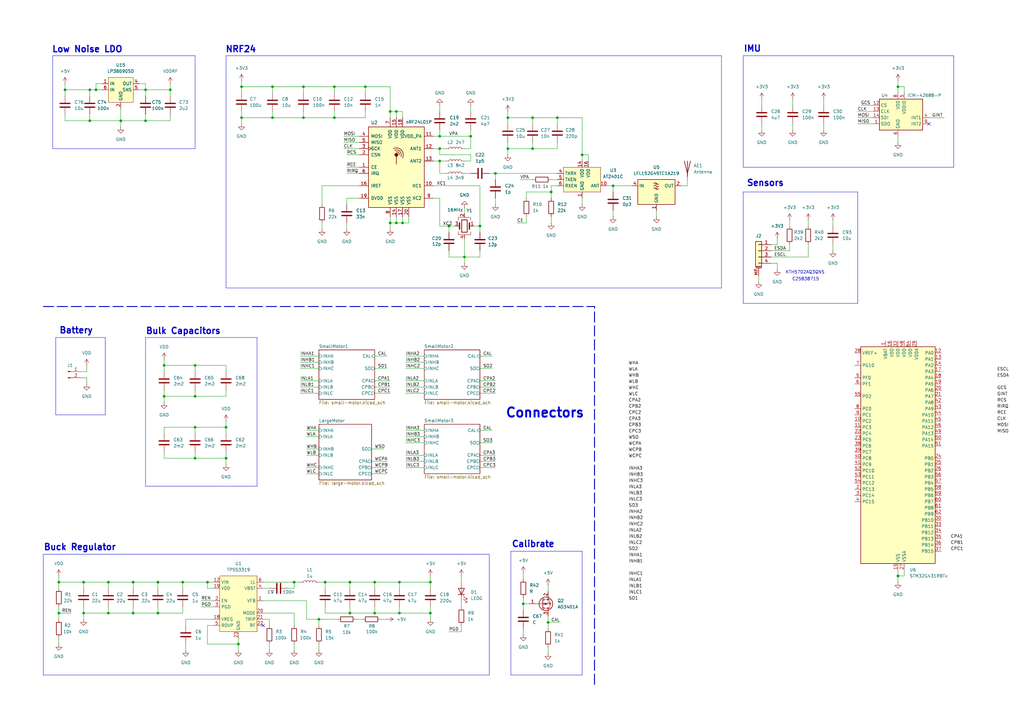
<source format=kicad_sch>
(kicad_sch (version 20231120) (generator "eeschema") (generator_version "8.0")
  (paper "A3")
  (junction (at 34.29 251.46))
  (junction (at 67.31 162.56))
  (junction (at 180.34 66.04))
  (junction (at 92.71 187.96))
  (junction (at 176.53 238.76))
  (junction (at 190.5 105.41))
  (junction (at 184.15 92.71))
  (junction (at 111.76 35.56))
  (junction (at 24.13 238.76))
  (junction (at 64.77 251.46))
  (junction (at 92.71 175.26))
  (junction (at 64.77 238.76))
  (junction (at 44.45 251.46))
  (junction (at 162.56 45.72))
  (junction (at 124.46 35.56))
  (junction (at 226.06 78.74))
  (junction (at 180.34 60.96))
  (junction (at 24.13 251.46))
  (junction (at 59.69 49.53))
  (junction (at 99.06 48.26))
  (junction (at 124.46 48.26))
  (junction (at 224.79 255.27))
  (junction (at 36.83 36.83))
  (junction (at 137.16 48.26))
  (junction (at 238.76 63.5))
  (junction (at 54.61 251.46))
  (junction (at 74.93 238.76))
  (junction (at 149.86 35.56))
  (junction (at 80.01 175.26))
  (junction (at 251.46 76.2))
  (junction (at 143.51 251.46))
  (junction (at 133.35 238.76))
  (junction (at 176.53 251.46))
  (junction (at 59.69 36.83))
  (junction (at 160.02 91.44))
  (junction (at 130.81 254))
  (junction (at 368.3 35.56))
  (junction (at 85.09 238.76))
  (junction (at 214.63 247.65))
  (junction (at 208.28 60.96))
  (junction (at 218.44 60.96))
  (junction (at 80.01 162.56))
  (junction (at 193.04 55.88))
  (junction (at 36.83 49.53))
  (junction (at 163.83 251.46))
  (junction (at 26.67 36.83))
  (junction (at 80.01 149.86))
  (junction (at 34.29 238.76))
  (junction (at 165.1 91.44))
  (junction (at 39.37 36.83))
  (junction (at 203.2 71.12))
  (junction (at 97.79 264.16))
  (junction (at 143.51 238.76))
  (junction (at 228.6 48.26))
  (junction (at 54.61 238.76))
  (junction (at 153.67 238.76))
  (junction (at 218.44 48.26))
  (junction (at 196.85 92.71))
  (junction (at 153.67 251.46))
  (junction (at 208.28 48.26))
  (junction (at 49.53 49.53))
  (junction (at 44.45 238.76))
  (junction (at 368.3 236.22))
  (junction (at 180.34 55.88))
  (junction (at 137.16 35.56))
  (junction (at 163.83 238.76))
  (junction (at 99.06 35.56))
  (junction (at 69.85 36.83))
  (junction (at 160.02 45.72))
  (junction (at 111.76 48.26))
  (junction (at 67.31 149.86))
  (junction (at 120.65 238.76))
  (junction (at 80.01 187.96))
  (junction (at 162.56 91.44))
  (no_connect (at 107.95 256.54))
  (no_connect (at 381 50.8))
  (polyline (pts (xy 200.66 276.86) (xy 200.66 227.33)))
  (wire (pts (xy 193.04 53.34) (xy 193.04 55.88)))
  (wire (pts (xy 180.34 43.18) (xy 180.34 45.72)))
  (wire (pts (xy 34.29 251.46) (xy 44.45 251.46)))
  (wire (pts (xy 146.05 254) (xy 148.59 254)))
  (wire (pts (xy 214.63 257.81) (xy 214.63 260.35)))
  (polyline (pts (xy 92.71 22.86) (xy 92.71 30.48)))
  (wire (pts (xy 82.55 246.38) (xy 87.63 246.38)))
  (wire (pts (xy 193.04 66.04) (xy 190.5 66.04)))
  (wire (pts (xy 368.3 35.56) (xy 370.84 35.56)))
  (wire (pts (xy 92.71 187.96) (xy 92.71 190.5)))
  (wire (pts (xy 80.01 175.26) (xy 80.01 177.8)))
  (wire (pts (xy 368.3 236.22) (xy 370.84 236.22)))
  (wire (pts (xy 186.69 92.71) (xy 184.15 92.71)))
  (wire (pts (xy 39.37 36.83) (xy 36.83 36.83)))
  (wire (pts (xy 153.67 151.13) (xy 158.75 151.13)))
  (wire (pts (xy 180.34 81.28) (xy 180.34 92.71)))
  (wire (pts (xy 149.86 48.26) (xy 149.86 45.72)))
  (wire (pts (xy 130.81 238.76) (xy 133.35 238.76)))
  (wire (pts (xy 331.47 105.41) (xy 331.47 100.33)))
  (wire (pts (xy 26.67 39.37) (xy 26.67 36.83)))
  (wire (pts (xy 26.67 36.83) (xy 36.83 36.83)))
  (wire (pts (xy 208.28 45.72) (xy 208.28 48.26)))
  (wire (pts (xy 34.29 251.46) (xy 34.29 254)))
  (wire (pts (xy 226.06 76.2) (xy 226.06 78.74)))
  (wire (pts (xy 212.09 91.44) (xy 215.9 91.44)))
  (wire (pts (xy 153.67 238.76) (xy 153.67 241.3)))
  (wire (pts (xy 85.09 256.54) (xy 87.63 256.54)))
  (wire (pts (xy 36.83 49.53) (xy 36.83 46.99)))
  (wire (pts (xy 196.85 158.75) (xy 203.2 158.75)))
  (wire (pts (xy 351.79 45.72) (xy 358.14 45.72)))
  (wire (pts (xy 124.46 48.26) (xy 124.46 45.72)))
  (wire (pts (xy 162.56 91.44) (xy 160.02 91.44)))
  (wire (pts (xy 132.08 91.44) (xy 132.08 93.98)))
  (polyline (pts (xy 304.8 78.74) (xy 304.8 78.74)))
  (wire (pts (xy 142.24 83.82) (xy 142.24 81.28)))
  (wire (pts (xy 251.46 78.74) (xy 251.46 76.2)))
  (wire (pts (xy 176.53 236.22) (xy 176.53 238.76)))
  (wire (pts (xy 238.76 48.26) (xy 238.76 63.5)))
  (wire (pts (xy 59.69 46.99) (xy 59.69 49.53)))
  (wire (pts (xy 281.94 76.2) (xy 279.4 76.2)))
  (wire (pts (xy 80.01 149.86) (xy 80.01 152.4)))
  (wire (pts (xy 224.79 257.81) (xy 224.79 255.27)))
  (wire (pts (xy 67.31 162.56) (xy 80.01 162.56)))
  (polyline (pts (xy 43.18 138.43) (xy 22.86 138.43)))
  (wire (pts (xy 166.37 146.05) (xy 173.99 146.05)))
  (wire (pts (xy 133.35 238.76) (xy 133.35 241.3)))
  (wire (pts (xy 99.06 38.1) (xy 99.06 35.56)))
  (wire (pts (xy 39.37 36.83) (xy 41.91 36.83)))
  (wire (pts (xy 166.37 186.69) (xy 173.99 186.69)))
  (wire (pts (xy 110.49 264.16) (xy 110.49 266.7)))
  (wire (pts (xy 318.77 100.33) (xy 316.23 100.33)))
  (wire (pts (xy 190.5 97.79) (xy 190.5 105.41)))
  (wire (pts (xy 59.69 49.53) (xy 69.85 49.53)))
  (wire (pts (xy 80.01 187.96) (xy 67.31 187.96)))
  (wire (pts (xy 316.23 102.87) (xy 323.85 102.87)))
  (wire (pts (xy 130.81 254) (xy 125.73 254)))
  (polyline (pts (xy 105.41 199.39) (xy 105.41 138.43)))
  (wire (pts (xy 120.65 241.3) (xy 118.11 241.3)))
  (polyline (pts (xy 17.78 229.87) (xy 17.78 276.86)))
  (wire (pts (xy 215.9 81.28) (xy 215.9 78.74)))
  (wire (pts (xy 35.56 154.94) (xy 35.56 157.48)))
  (wire (pts (xy 24.13 241.3) (xy 24.13 238.76)))
  (polyline (pts (xy 304.8 22.86) (xy 304.8 30.48)))
  (wire (pts (xy 368.3 55.88) (xy 368.3 58.42)))
  (wire (pts (xy 224.79 252.73) (xy 224.79 255.27)))
  (wire (pts (xy 214.63 245.11) (xy 214.63 247.65)))
  (polyline (pts (xy 105.41 138.43) (xy 59.69 138.43)))
  (wire (pts (xy 130.81 264.16) (xy 130.81 266.7)))
  (wire (pts (xy 184.15 105.41) (xy 190.5 105.41)))
  (wire (pts (xy 162.56 45.72) (xy 162.56 48.26)))
  (wire (pts (xy 153.67 158.75) (xy 160.02 158.75)))
  (polyline (pts (xy 351.79 78.74) (xy 351.79 124.46)))
  (wire (pts (xy 238.76 63.5) (xy 238.76 66.04)))
  (wire (pts (xy 142.24 63.5) (xy 147.32 63.5)))
  (wire (pts (xy 162.56 45.72) (xy 165.1 45.72)))
  (wire (pts (xy 166.37 189.23) (xy 173.99 189.23)))
  (wire (pts (xy 213.36 73.66) (xy 218.44 73.66)))
  (wire (pts (xy 124.46 48.26) (xy 137.16 48.26)))
  (wire (pts (xy 76.2 254) (xy 87.63 254)))
  (wire (pts (xy 238.76 81.28) (xy 238.76 83.82)))
  (polyline (pts (xy 238.76 226.06) (xy 209.55 226.06)))
  (wire (pts (xy 130.81 254) (xy 138.43 254)))
  (polyline (pts (xy 22.86 146.05) (xy 22.86 170.18)))
  (wire (pts (xy 92.71 187.96) (xy 80.01 187.96)))
  (wire (pts (xy 49.53 49.53) (xy 36.83 49.53)))
  (wire (pts (xy 24.13 251.46) (xy 29.21 251.46)))
  (wire (pts (xy 125.73 176.53) (xy 130.81 176.53)))
  (wire (pts (xy 35.56 152.4) (xy 33.02 152.4)))
  (polyline (pts (xy 17.78 227.33) (xy 17.78 229.87)))
  (wire (pts (xy 228.6 76.2) (xy 226.06 76.2)))
  (wire (pts (xy 67.31 149.86) (xy 80.01 149.86)))
  (wire (pts (xy 180.34 60.96) (xy 180.34 63.5)))
  (wire (pts (xy 76.2 264.16) (xy 76.2 266.7)))
  (wire (pts (xy 214.63 247.65) (xy 217.17 247.65)))
  (wire (pts (xy 64.77 251.46) (xy 64.77 248.92)))
  (wire (pts (xy 325.12 40.64) (xy 325.12 43.18)))
  (wire (pts (xy 80.01 175.26) (xy 92.71 175.26)))
  (wire (pts (xy 137.16 48.26) (xy 149.86 48.26)))
  (wire (pts (xy 196.85 146.05) (xy 201.93 146.05)))
  (wire (pts (xy 311.15 113.03) (xy 311.15 115.57)))
  (wire (pts (xy 64.77 251.46) (xy 74.93 251.46)))
  (wire (pts (xy 241.3 63.5) (xy 241.3 66.04)))
  (wire (pts (xy 107.95 246.38) (xy 125.73 246.38)))
  (wire (pts (xy 137.16 35.56) (xy 137.16 38.1)))
  (wire (pts (xy 184.15 92.71) (xy 184.15 95.25)))
  (polyline (pts (xy 238.76 276.86) (xy 238.76 226.06)))
  (polyline (pts (xy 391.16 68.58) (xy 391.16 22.86)))
  (wire (pts (xy 163.83 238.76) (xy 176.53 238.76)))
  (wire (pts (xy 35.56 149.86) (xy 35.56 152.4)))
  (wire (pts (xy 281.94 73.66) (xy 281.94 76.2)))
  (wire (pts (xy 85.09 238.76) (xy 87.63 238.76)))
  (wire (pts (xy 132.08 76.2) (xy 147.32 76.2)))
  (wire (pts (xy 110.49 256.54) (xy 110.49 254)))
  (wire (pts (xy 76.2 256.54) (xy 76.2 254)))
  (polyline (pts (xy 304.8 78.74) (xy 351.79 78.74)))
  (wire (pts (xy 92.71 172.72) (xy 92.71 175.26)))
  (wire (pts (xy 59.69 36.83) (xy 69.85 36.83)))
  (wire (pts (xy 137.16 48.26) (xy 137.16 45.72)))
  (wire (pts (xy 337.82 50.8) (xy 337.82 53.34)))
  (wire (pts (xy 149.86 35.56) (xy 160.02 35.56)))
  (wire (pts (xy 381 48.26) (xy 387.35 48.26)))
  (wire (pts (xy 92.71 175.26) (xy 92.71 177.8)))
  (wire (pts (xy 163.83 251.46) (xy 153.67 251.46)))
  (wire (pts (xy 166.37 181.61) (xy 173.99 181.61)))
  (wire (pts (xy 370.84 236.22) (xy 370.84 233.68)))
  (wire (pts (xy 193.04 63.5) (xy 193.04 66.04)))
  (wire (pts (xy 176.53 238.76) (xy 176.53 241.3)))
  (polyline (pts (xy 59.69 199.39) (xy 105.41 199.39)))
  (wire (pts (xy 24.13 248.92) (xy 24.13 251.46)))
  (polyline (pts (xy 17.78 276.86) (xy 200.66 276.86)))
  (wire (pts (xy 143.51 238.76) (xy 153.67 238.76)))
  (wire (pts (xy 190.5 105.41) (xy 196.85 105.41)))
  (wire (pts (xy 166.37 161.29) (xy 173.99 161.29)))
  (wire (pts (xy 153.67 161.29) (xy 160.02 161.29)))
  (wire (pts (xy 99.06 48.26) (xy 111.76 48.26)))
  (wire (pts (xy 196.85 191.77) (xy 203.2 191.77)))
  (wire (pts (xy 54.61 251.46) (xy 64.77 251.46)))
  (wire (pts (xy 26.67 49.53) (xy 36.83 49.53)))
  (wire (pts (xy 44.45 238.76) (xy 44.45 241.3)))
  (wire (pts (xy 228.6 60.96) (xy 228.6 58.42)))
  (wire (pts (xy 208.28 48.26) (xy 218.44 48.26)))
  (wire (pts (xy 224.79 255.27) (xy 229.87 255.27)))
  (wire (pts (xy 34.29 238.76) (xy 34.29 241.3)))
  (wire (pts (xy 80.01 162.56) (xy 80.01 160.02)))
  (wire (pts (xy 184.15 102.87) (xy 184.15 105.41)))
  (wire (pts (xy 316.23 105.41) (xy 331.47 105.41)))
  (wire (pts (xy 140.97 55.88) (xy 147.32 55.88)))
  (wire (pts (xy 34.29 238.76) (xy 44.45 238.76)))
  (wire (pts (xy 193.04 60.96) (xy 190.5 60.96)))
  (polyline (pts (xy 304.8 124.46) (xy 304.8 78.74)))
  (wire (pts (xy 163.83 248.92) (xy 163.83 251.46)))
  (polyline (pts (xy 59.69 146.05) (xy 59.69 199.39)))
  (wire (pts (xy 125.73 254) (xy 125.73 246.38)))
  (wire (pts (xy 140.97 60.96) (xy 147.32 60.96)))
  (wire (pts (xy 323.85 100.33) (xy 323.85 102.87)))
  (polyline (pts (xy 92.71 30.48) (xy 92.71 118.11)))
  (wire (pts (xy 152.4 191.77) (xy 158.75 191.77)))
  (polyline (pts (xy 243.84 280.67) (xy 243.84 125.73)) (stroke (width 0.381) (type dash)))
  (wire (pts (xy 64.77 238.76) (xy 74.93 238.76)))
  (wire (pts (xy 323.85 90.17) (xy 323.85 92.71)))
  (wire (pts (xy 111.76 35.56) (xy 124.46 35.56)))
  (wire (pts (xy 214.63 234.95) (xy 214.63 237.49)))
  (wire (pts (xy 196.85 92.71) (xy 194.31 92.71)))
  (wire (pts (xy 92.71 187.96) (xy 92.71 185.42)))
  (wire (pts (xy 74.93 248.92) (xy 74.93 251.46)))
  (wire (pts (xy 196.85 92.71) (xy 196.85 95.25)))
  (wire (pts (xy 163.83 238.76) (xy 163.83 241.3)))
  (wire (pts (xy 74.93 238.76) (xy 85.09 238.76)))
  (wire (pts (xy 165.1 91.44) (xy 167.64 91.44)))
  (wire (pts (xy 351.79 50.8) (xy 358.14 50.8)))
  (wire (pts (xy 123.19 161.29) (xy 130.81 161.29)))
  (wire (pts (xy 49.53 44.45) (xy 49.53 49.53)))
  (wire (pts (xy 156.21 254) (xy 158.75 254)))
  (wire (pts (xy 162.56 91.44) (xy 165.1 91.44)))
  (wire (pts (xy 120.65 264.16) (xy 120.65 266.7)))
  (wire (pts (xy 226.06 78.74) (xy 226.06 81.28)))
  (wire (pts (xy 123.19 148.59) (xy 130.81 148.59)))
  (wire (pts (xy 152.4 184.15) (xy 157.48 184.15)))
  (wire (pts (xy 176.53 251.46) (xy 176.53 248.92)))
  (wire (pts (xy 325.12 50.8) (xy 325.12 53.34)))
  (wire (pts (xy 152.4 194.31) (xy 158.75 194.31)))
  (wire (pts (xy 203.2 71.12) (xy 200.66 71.12)))
  (wire (pts (xy 196.85 161.29) (xy 203.2 161.29)))
  (wire (pts (xy 85.09 256.54) (xy 85.09 264.16)))
  (wire (pts (xy 99.06 48.26) (xy 99.06 50.8)))
  (wire (pts (xy 59.69 39.37) (xy 59.69 36.83)))
  (wire (pts (xy 152.4 189.23) (xy 158.75 189.23)))
  (wire (pts (xy 80.01 149.86) (xy 92.71 149.86)))
  (wire (pts (xy 26.67 46.99) (xy 26.67 49.53)))
  (wire (pts (xy 196.85 76.2) (xy 196.85 92.71)))
  (wire (pts (xy 59.69 34.29) (xy 57.15 34.29)))
  (wire (pts (xy 193.04 43.18) (xy 193.04 45.72)))
  (wire (pts (xy 143.51 251.46) (xy 133.35 251.46)))
  (wire (pts (xy 143.51 251.46) (xy 143.51 248.92)))
  (wire (pts (xy 353.06 43.18) (xy 358.14 43.18)))
  (wire (pts (xy 149.86 35.56) (xy 149.86 38.1)))
  (wire (pts (xy 215.9 91.44) (xy 215.9 88.9)))
  (wire (pts (xy 125.73 191.77) (xy 130.81 191.77)))
  (wire (pts (xy 160.02 91.44) (xy 160.02 88.9)))
  (wire (pts (xy 166.37 179.07) (xy 173.99 179.07)))
  (wire (pts (xy 44.45 248.92) (xy 44.45 251.46)))
  (polyline (pts (xy 209.55 276.86) (xy 238.76 276.86)))
  (wire (pts (xy 184.15 259.08) (xy 189.23 259.08)))
  (wire (pts (xy 67.31 160.02) (xy 67.31 162.56)))
  (wire (pts (xy 120.65 238.76) (xy 123.19 238.76)))
  (wire (pts (xy 228.6 48.26) (xy 228.6 50.8)))
  (wire (pts (xy 130.81 256.54) (xy 130.81 254)))
  (wire (pts (xy 85.09 241.3) (xy 85.09 238.76)))
  (wire (pts (xy 97.79 261.62) (xy 97.79 264.16)))
  (wire (pts (xy 166.37 151.13) (xy 173.99 151.13)))
  (wire (pts (xy 218.44 60.96) (xy 228.6 60.96)))
  (polyline (pts (xy 304.8 68.58) (xy 391.16 68.58)))
  (wire (pts (xy 125.73 179.07) (xy 130.81 179.07)))
  (wire (pts (xy 99.06 45.72) (xy 99.06 48.26)))
  (polyline (pts (xy 22.86 138.43) (xy 22.86 146.05)))
  (wire (pts (xy 24.13 238.76) (xy 34.29 238.76)))
  (polyline (pts (xy 92.71 118.11) (xy 295.91 118.11)))
  (wire (pts (xy 196.85 176.53) (xy 201.93 176.53)))
  (wire (pts (xy 163.83 251.46) (xy 176.53 251.46)))
  (wire (pts (xy 189.23 259.08) (xy 189.23 256.54)))
  (wire (pts (xy 224.79 240.03) (xy 224.79 242.57)))
  (wire (pts (xy 111.76 45.72) (xy 111.76 48.26)))
  (polyline (pts (xy 304.8 30.48) (xy 304.8 68.58)))
  (wire (pts (xy 341.63 90.17) (xy 341.63 92.71)))
  (wire (pts (xy 107.95 238.76) (xy 120.65 238.76)))
  (wire (pts (xy 196.85 189.23) (xy 203.2 189.23)))
  (wire (pts (xy 137.16 35.56) (xy 149.86 35.56)))
  (wire (pts (xy 368.3 233.68) (xy 368.3 236.22)))
  (polyline (pts (xy 22.86 170.18) (xy 43.18 170.18)))
  (wire (pts (xy 165.1 91.44) (xy 165.1 88.9)))
  (wire (pts (xy 203.2 73.66) (xy 203.2 71.12)))
  (polyline (pts (xy 295.91 22.86) (xy 92.71 22.86)))
  (wire (pts (xy 124.46 35.56) (xy 124.46 38.1)))
  (wire (pts (xy 80.01 175.26) (xy 67.31 175.26)))
  (wire (pts (xy 125.73 184.15) (xy 130.81 184.15)))
  (wire (pts (xy 39.37 36.83) (xy 39.37 34.29)))
  (wire (pts (xy 160.02 45.72) (xy 162.56 45.72)))
  (wire (pts (xy 142.24 71.12) (xy 147.32 71.12)))
  (polyline (pts (xy 200.66 227.33) (xy 17.78 227.33)))
  (polyline (pts (xy 21.59 36.83) (xy 21.59 60.96)))
  (wire (pts (xy 351.79 48.26) (xy 358.14 48.26)))
  (wire (pts (xy 123.19 146.05) (xy 130.81 146.05)))
  (wire (pts (xy 162.56 91.44) (xy 162.56 88.9)))
  (wire (pts (xy 337.82 40.64) (xy 337.82 43.18)))
  (wire (pts (xy 59.69 36.83) (xy 59.69 34.29)))
  (wire (pts (xy 111.76 48.26) (xy 124.46 48.26)))
  (polyline (pts (xy 17.78 125.73) (xy 243.84 125.73)) (stroke (width 0.381) (type dash)))
  (wire (pts (xy 165.1 45.72) (xy 165.1 48.26)))
  (wire (pts (xy 215.9 78.74) (xy 226.06 78.74)))
  (wire (pts (xy 190.5 71.12) (xy 193.04 71.12)))
  (wire (pts (xy 67.31 175.26) (xy 67.31 177.8)))
  (polyline (pts (xy 43.18 170.18) (xy 43.18 138.43)))
  (wire (pts (xy 153.67 251.46) (xy 153.67 248.92)))
  (polyline (pts (xy 209.55 226.06) (xy 209.55 246.38)))
  (wire (pts (xy 24.13 251.46) (xy 24.13 254)))
  (wire (pts (xy 312.42 50.8) (xy 312.42 53.34)))
  (wire (pts (xy 74.93 238.76) (xy 74.93 241.3)))
  (wire (pts (xy 166.37 156.21) (xy 173.99 156.21)))
  (wire (pts (xy 142.24 68.58) (xy 147.32 68.58)))
  (wire (pts (xy 133.35 238.76) (xy 143.51 238.76)))
  (wire (pts (xy 180.34 66.04) (xy 180.34 71.12)))
  (wire (pts (xy 368.3 236.22) (xy 368.3 238.76)))
  (wire (pts (xy 208.28 60.96) (xy 208.28 63.5)))
  (wire (pts (xy 190.5 85.09) (xy 190.5 87.63)))
  (wire (pts (xy 166.37 148.59) (xy 173.99 148.59)))
  (wire (pts (xy 193.04 60.96) (xy 193.04 55.88)))
  (wire (pts (xy 226.06 73.66) (xy 228.6 73.66)))
  (wire (pts (xy 97.79 266.7) (xy 97.79 264.16)))
  (wire (pts (xy 269.24 86.36) (xy 269.24 88.9)))
  (wire (pts (xy 132.08 83.82) (xy 132.08 76.2)))
  (wire (pts (xy 64.77 241.3) (xy 64.77 238.76)))
  (wire (pts (xy 44.45 238.76) (xy 54.61 238.76)))
  (wire (pts (xy 39.37 34.29) (xy 41.91 34.29)))
  (polyline (pts (xy 209.55 246.38) (xy 209.55 276.86)))
  (wire (pts (xy 176.53 251.46) (xy 176.53 254)))
  (wire (pts (xy 120.65 238.76) (xy 120.65 241.3)))
  (wire (pts (xy 203.2 81.28) (xy 203.2 83.82)))
  (wire (pts (xy 208.28 50.8) (xy 208.28 48.26)))
  (wire (pts (xy 153.67 156.21) (xy 160.02 156.21)))
  (wire (pts (xy 167.64 88.9) (xy 167.64 91.44)))
  (wire (pts (xy 218.44 60.96) (xy 218.44 58.42)))
  (wire (pts (xy 196.85 181.61) (xy 201.93 181.61)))
  (polyline (pts (xy 295.91 118.11) (xy 295.91 22.86)))
  (wire (pts (xy 341.63 100.33) (xy 341.63 102.87)))
  (wire (pts (xy 196.85 151.13) (xy 201.93 151.13)))
  (wire (pts (xy 177.8 76.2) (xy 196.85 76.2)))
  (wire (pts (xy 67.31 149.86) (xy 67.31 152.4)))
  (wire (pts (xy 166.37 176.53) (xy 173.99 176.53)))
  (wire (pts (xy 180.34 92.71) (xy 184.15 92.71)))
  (wire (pts (xy 180.34 55.88) (xy 193.04 55.88)))
  (wire (pts (xy 228.6 48.26) (xy 238.76 48.26)))
  (wire (pts (xy 177.8 60.96) (xy 180.34 60.96)))
  (wire (pts (xy 36.83 39.37) (xy 36.83 36.83)))
  (wire (pts (xy 143.51 238.76) (xy 143.51 241.3)))
  (wire (pts (xy 177.8 55.88) (xy 180.34 55.88)))
  (wire (pts (xy 85.09 264.16) (xy 97.79 264.16)))
  (wire (pts (xy 331.47 90.17) (xy 331.47 92.71)))
  (wire (pts (xy 370.84 35.56) (xy 370.84 38.1)))
  (wire (pts (xy 142.24 81.28) (xy 147.32 81.28)))
  (wire (pts (xy 318.77 110.49) (xy 318.77 107.95)))
  (wire (pts (xy 87.63 241.3) (xy 85.09 241.3)))
  (wire (pts (xy 153.67 146.05) (xy 158.75 146.05)))
  (wire (pts (xy 368.3 35.56) (xy 368.3 38.1)))
  (wire (pts (xy 142.24 91.44) (xy 142.24 93.98)))
  (wire (pts (xy 177.8 66.04) (xy 180.34 66.04)))
  (wire (pts (xy 123.19 156.21) (xy 130.81 156.21)))
  (wire (pts (xy 125.73 186.69) (xy 130.81 186.69)))
  (wire (pts (xy 208.28 60.96) (xy 218.44 60.96)))
  (wire (pts (xy 99.06 33.02) (xy 99.06 35.56)))
  (wire (pts (xy 203.2 71.12) (xy 228.6 71.12)))
  (wire (pts (xy 107.95 251.46) (xy 120.65 251.46)))
  (wire (pts (xy 180.34 55.88) (xy 180.34 53.34)))
  (wire (pts (xy 140.97 58.42) (xy 147.32 58.42)))
  (wire (pts (xy 196.85 186.69) (xy 203.2 186.69)))
  (wire (pts (xy 107.95 241.3) (xy 110.49 241.3)))
  (wire (pts (xy 180.34 66.04) (xy 182.88 66.04)))
  (polyline (pts (xy 21.59 60.96) (xy 80.01 60.96)))
  (wire (pts (xy 124.46 35.56) (xy 137.16 35.56)))
  (wire (pts (xy 123.19 158.75) (xy 130.81 158.75)))
  (wire (pts (xy 190.5 105.41) (xy 190.5 107.95)))
  (wire (pts (xy 160.02 91.44) (xy 160.02 93.98)))
  (polyline (pts (xy 391.16 22.86) (xy 304.8 22.86)))
  (wire (pts (xy 67.31 162.56) (xy 67.31 165.1)))
  (wire (pts (xy 44.45 251.46) (xy 54.61 251.46)))
  (wire (pts (xy 107.95 254) (xy 110.49 254)))
  (wire (pts (xy 318.77 97.79) (xy 318.77 100.33)))
  (wire (pts (xy 80.01 162.56) (xy 92.71 162.56)))
  (wire (pts (xy 69.85 46.99) (xy 69.85 49.53)))
  (wire (pts (xy 196.85 105.41) (xy 196.85 102.87)))
  (wire (pts (xy 251.46 86.36) (xy 251.46 88.9)))
  (wire (pts (xy 224.79 265.43) (xy 224.79 267.97)))
  (wire (pts (xy 166.37 191.77) (xy 173.99 191.77)))
  (wire (pts (xy 196.85 156.21) (xy 203.2 156.21)))
  (polyline (pts (xy 80.01 60.96) (xy 80.01 22.86)))
  (wire (pts (xy 69.85 34.29) (xy 69.85 36.83)))
  (wire (pts (xy 180.34 63.5) (xy 193.04 63.5)))
  (wire (pts (xy 189.23 248.92) (xy 189.23 246.38)))
  (wire (pts (xy 133.35 251.46) (xy 133.35 248.92)))
  (wire (pts (xy 49.53 49.53) (xy 59.69 49.53)))
  (wire (pts (xy 24.13 236.22) (xy 24.13 238.76)))
  (wire (pts (xy 59.69 36.83) (xy 57.15 36.83)))
  (wire (pts (xy 218.44 48.26) (xy 228.6 48.26)))
  (wire (pts (xy 153.67 238.76) (xy 163.83 238.76)))
  (wire (pts (xy 177.8 81.28) (xy 180.34 81.28)))
  (wire (pts (xy 26.67 34.29) (xy 26.67 36.83)))
  (wire (pts (xy 99.06 35.56) (xy 111.76 35.56)))
  (wire (pts (xy 312.42 40.64) (xy 312.42 43.18)))
  (wire (pts (xy 189.23 236.22) (xy 189.23 238.76)))
  (wire (pts (xy 54.61 248.92) (xy 54.61 251.46)))
  (wire (pts (xy 67.31 147.32) (xy 67.31 149.86)))
  (wire (pts (xy 251.46 76.2) (xy 259.08 76.2)))
  (wire (pts (xy 123.19 151.13) (xy 130.81 151.13)))
  (wire (pts (xy 238.76 63.5) (xy 241.3 63.5)))
  (wire (pts (xy 69.85 39.37) (xy 69.85 36.83)))
  (wire (pts (xy 368.3 33.02) (xy 368.3 35.56)))
  (wire (pts (xy 226.06 88.9) (xy 226.06 91.44)))
  (wire (pts (xy 92.71 162.56) (xy 92.71 160.02)))
  (wire (pts (xy 111.76 38.1) (xy 111.76 35.56)))
  (wire (pts (xy 160.02 35.56) (xy 160.02 45.72)))
  (wire (pts (xy 166.37 158.75) (xy 173.99 158.75)))
  (wire (pts (xy 80.01 187.96) (xy 80.01 185.42)))
  (polyline (pts (xy 351.79 124.46) (xy 304.8 124.46)))
  (wire (pts (xy 54.61 238.76) (xy 54.61 241.3)))
  (wire (pts (xy 92.71 149.86) (xy 92.71 152.4)))
  (wire (pts (xy 153.67 251.46) (xy 143.51 251.46)))
  (polyline (pts (xy 21.59 22.86) (xy 21.59 36.83)))
  (wire (pts (xy 125.73 194.31) (xy 130.81 194.31)))
  (wire (pts (xy 120.65 251.46) (xy 120.65 256.54)))
  (wire (pts (xy 251.46 76.2) (xy 248.92 76.2)))
  (wire (pts (xy 49.53 49.53) (xy 49.53 52.07)))
  (wire (pts (xy 180.34 60.96) (xy 182.88 60.96)))
  (wire (pts (xy 160.02 45.72) (xy 160.02 48.26)))
  (wire (pts (xy 67.31 185.42) (xy 67.31 187.96)))
  (wire (pts (xy 54.61 238.76) (xy 64.77 238.76)))
  (wire (pts (xy 182.88 71.12) (xy 180.34 71.12)))
  (wire (pts (xy 24.13 261.62) (xy 24.13 264.16)))
  (wire (pts (xy 34.29 248.92) (xy 34.29 251.46)))
  (wire (pts (xy 208.28 58.42) (xy 208.28 60.96)))
  (wire (pts (xy 82.55 248.92) (xy 87.63 248.92)))
  (wire (pts (xy 214.63 247.65) (xy 214.63 250.19)))
  (wire (pts (xy 33.02 154.94) (xy 35.56 154.94)))
  (polyline (pts (xy 80.01 22.86) (xy 21.59 22.86)))
  (polyline (pts (xy 59.69 138.43) (xy 59.69 146.05)))
  (wire (pts (xy 318.77 107.95) (xy 316.23 107.95)))
  (wire (pts (xy 218.44 48.26) (xy 218.44 50.8)))
  (text "Low Noise LDO" (at 35.814 20.32 0) (effects (font (size 2.54 2.54) (thickness 0.508) (bold yes))))
  (text "Buck Regulator" (at 32.766 224.536 0) (effects (font (size 2.54 2.54) (thickness 0.508) (bold yes))))
  (text "IMU" (at 308.61 20.066 0) (effects (font (size 2.54 2.54) (thickness 0.508) (bold yes))))
  (text "KTH5702AQ3QNS" (at 330.2 111.76 0) (effects (font (size 1.27 1.27))))
  (text "Bulk Capacitors" (at 75.184 135.89 0) (effects (font (size 2.54 2.54) (thickness 0.508) (bold yes))))
  (text "Battery" (at 31.242 135.636 0) (effects (font (size 2.54 2.54) (thickness 0.508) (bold yes))))
  (text "Calibrate" (at 218.694 223.266 0) (effects (font (size 2.54 2.54) (thickness 0.508) (bold yes))))
  (text "C25838715" (at 330.454 114.554 0) (effects (font (size 1.27 1.27))))
  (text "NRF24" (at 98.806 20.32 0) (effects (font (size 2.54 2.54) (thickness 0.508) (bold yes))))
  (text "Sensors" (at 313.944 75.184 0) (effects (font (size 2.54 2.54) (thickness 0.508) (bold yes))))
  (text "Connectors" (at 223.52 169.418 0) (effects (font (size 3.81 3.81) (thickness 0.762) (bold yes))))
  (label "CLK" (at 408.94 172.72 0))
  (label "WLA" (at 257.81 152.4 0))
  (label "INHA1" (at 257.81 228.6 0))
  (label "CPC2" (at 257.81 170.18 0))
  (label "REN" (at 25.4 251.46 0) (effects (font (thickness 0.1588))))
  (label "GCS" (at 353.06 43.18 0))
  (label "INHC2" (at 257.81 215.9 0))
  (label "CLK" (at 351.79 45.72 0))
  (label "CPB1" (at 154.94 158.75 0))
  (label "INLB2" (at 257.81 220.98 0))
  (label "CPC3" (at 198.12 191.77 0))
  (label "CPA2" (at 198.12 156.21 0))
  (label "ESDA" (at 317.5 102.87 0))
  (label "WCPA" (at 153.67 189.23 0))
  (label "CPC3" (at 257.81 177.8 0))
  (label "INHB3" (at 166.37 179.07 0))
  (label "CPC1" (at 389.89 226.06 0))
  (label "WHA" (at 257.81 149.86 0))
  (label "CAL" (at 154.94 146.05 0))
  (label "INHB1" (at 123.19 148.59 0))
  (label "INLC2" (at 257.81 223.52 0))
  (label "INHA1" (at 123.19 146.05 0))
  (label "SO1" (at 154.94 151.13 0))
  (label "CPB2" (at 257.81 167.64 0))
  (label "INHA2" (at 166.37 146.05 0))
  (label "INLC1" (at 123.19 161.29 0))
  (label "RIRQ" (at 408.94 167.64 0))
  (label "INHC3" (at 166.37 181.61 0))
  (label "CPA3" (at 198.12 186.69 0))
  (label "VPA" (at 184.15 55.88 0))
  (label "CAL" (at 226.06 255.27 0))
  (label "INHC2" (at 166.37 151.13 0))
  (label "INLA3" (at 257.81 200.66 0))
  (label "XC2" (at 181.61 92.71 0) (effects (font (thickness 0.1588))))
  (label "SO1" (at 257.81 246.38 0))
  (label "CPA3" (at 257.81 172.72 0))
  (label "RIRQ" (at 142.24 71.12 0))
  (label "CPA1" (at 154.94 156.21 0))
  (label "WCPB" (at 153.67 191.77 0))
  (label "INLA3" (at 166.37 186.69 0))
  (label "CPA2" (at 257.81 165.1 0))
  (label "RCS" (at 142.24 63.5 0))
  (label "CAL" (at 198.12 176.53 0))
  (label "WCPC" (at 257.81 187.96 0))
  (label "WLA" (at 125.73 179.07 0))
  (label "INHB2" (at 166.37 148.59 0))
  (label "PGD" (at 184.15 259.08 0))
  (label "SO2" (at 257.81 226.06 0))
  (label "CPB1" (at 389.89 223.52 0))
  (label "INLA1" (at 123.19 156.21 0))
  (label "WHA" (at 125.73 176.53 0))
  (label "WCPB" (at 257.81 185.42 0))
  (label "CPC1" (at 154.94 161.29 0))
  (label "RCE" (at 408.94 170.18 0))
  (label "XC1" (at 179.07 76.2 0) (effects (font (thickness 0.1588))))
  (label "INLC2" (at 166.37 161.29 0))
  (label "WLB" (at 257.81 157.48 0))
  (label "INHB1" (at 257.81 231.14 0))
  (label "CPB3" (at 257.81 175.26 0))
  (label "MOSI" (at 408.94 175.26 0))
  (label "GINT" (at 382.27 48.26 0))
  (label "REN" (at 82.55 246.38 0) (effects (font (thickness 0.1588))))
  (label "INLC1" (at 257.81 243.84 0))
  (label "INLC3" (at 166.37 191.77 0))
  (label "CPC2" (at 198.12 161.29 0))
  (label "WHC" (at 125.73 191.77 0))
  (label "CAL" (at 198.12 146.05 0))
  (label "INLA2" (at 166.37 156.21 0))
  (label "CLK" (at 140.97 60.96 0))
  (label "INHA3" (at 166.37 176.53 0))
  (label "SO3" (at 198.12 181.61 0))
  (label "INLA1" (at 257.81 238.76 0))
  (label "INHB3" (at 257.81 195.58 0))
  (label "RCS" (at 408.94 165.1 0))
  (label "INHC1" (at 123.19 151.13 0))
  (label "INLC3" (at 257.81 205.74 0))
  (label "MOSI" (at 140.97 55.88 0))
  (label "WLC" (at 257.81 162.56 0))
  (label "MISO" (at 408.94 177.8 0))
  (label "ESCL" (at 317.5 105.41 0))
  (label "ESCL" (at 408.94 152.4 0))
  (label "GINT" (at 408.94 162.56 0))
  (label "SO2" (at 198.12 151.13 0))
  (label "INHC1" (at 257.81 236.22 0))
  (label "CE" (at 212.09 91.44 0))
  (label "WCPC" (at 153.67 194.31 0))
  (label "MISO" (at 351.79 50.8 0))
  (label "WSO" (at 153.67 184.15 0))
  (label "INLB3" (at 166.37 189.23 0))
  (label "RCE" (at 142.24 68.58 0))
  (label "INHC3" (at 257.81 198.12 0))
  (label "INLB3" (at 257.81 203.2 0))
  (label "INLB2" (at 166.37 158.75 0))
  (label "WCPA" (at 257.81 182.88 0))
  (label "WLB" (at 125.73 186.69 0))
  (label "CPA1" (at 389.89 220.98 0))
  (label "GCS" (at 408.94 160.02 0))
  (label "WHB" (at 125.73 184.15 0))
  (label "MOSI" (at 351.79 48.26 0))
  (label "CPB3" (at 198.12 189.23 0))
  (label "INLB1" (at 257.81 241.3 0))
  (label "INLB1" (at 123.19 158.75 0))
  (label "WHC" (at 257.81 160.02 0))
  (label "WLC" (at 125.73 194.31 0))
  (label "SO3" (at 257.81 208.28 0))
  (label "ESDA" (at 408.94 154.94 0))
  (label "WHB" (at 257.81 154.94 0))
  (label "VPA" (at 213.36 73.66 0))
  (label "INLA2" (at 257.81 218.44 0))
  (label "INHA3" (at 257.81 193.04 0))
  (label "WSO" (at 257.81 180.34 0))
  (label "PGD" (at 82.55 248.92 0) (effects (font (thickness 0.1588))))
  (label "INHB2" (at 257.81 213.36 0))
  (label "INHA2" (at 257.81 210.82 0))
  (label "CPB2" (at 198.12 158.75 0))
  (label "MISO" (at 140.97 58.42 0))
  (symbol (lib_id "power:VDDF") (at 69.85 34.29 0) (unit 1)
    (property "Reference" "#PWR0122" (effects (hide yes)))
    (property "Value" "VDDRF" (at 69.85 29.21 0))
    (property "Description" "Power symbol creates a global label with name \"VDDF\"" (effects (hide yes)))
  )
  (symbol (lib_id "power:VDD") (at 67.31 147.32 0) (unit 1)
    (property "Reference" "#PWR0113" (effects (hide yes)))
    (property "Value" "VDD" (at 67.31 142.24 0))
    (property "Description" "Power symbol creates a global label with name \"VDD\"" (effects (hide yes)))
  )
  (symbol (lib_id "Device:R") (at 110.49 260.35 0) (unit 1)
    (property "Reference" "R3" (at 113.03 259.08 0) (effects (justify left)))
    (property "Value" "100k" (at 112.776 261.62 0) (effects (justify left)))
    (property "Footprint" "Resistor_SMD:R_0402_1005Metric" (effects (hide yes)))
    (property "Description" "Resistor" (effects (hide yes)))
    (property "LCSC" "C25741" (effects (hide yes)))
  )
  (symbol (lib_id "power:+5V") (at 214.63 234.95 0) (unit 1)
    (property "Reference" "#PWR0118" (effects (hide yes)))
    (property "Value" "+5V" (at 214.63 229.87 0))
    (property "Description" "Power symbol creates a global label with name \"+5V\"" (effects (hide yes)))
  )
  (symbol (lib_id "power:GND") (at 99.06 50.8 0) (unit 1)
    (property "Reference" "#PWR09" (effects (hide yes)))
    (property "Value" "GND" (at 99.06 55.88 0))
    (property "Description" "Power symbol creates a global label with name \"GND\" , ground" (effects (hide yes)))
  )
  (symbol (lib_id "Device:C") (at 137.16 41.91 0) (unit 1)
    (property "Reference" "C12" (at 140.97 40.6399 0) (effects (justify left)))
    (property "Value" "10n" (at 140.97 43.1799 0) (effects (justify left)))
    (property "Footprint" "Capacitor_SMD:C_0402_1005Metric" (effects (hide yes)))
    (property "Description" "Unpolarized capacitor" (effects (hide yes)))
    (property "LCSC" "C15195" (effects (hide yes)))
  )
  (symbol (lib_id "power:GND") (at 120.65 266.7 0) (unit 1)
    (property "Reference" "#PWR011" (effects (hide yes)))
    (property "Value" "GND" (at 120.65 271.78 0))
    (property "Description" "Power symbol creates a global label with name \"GND\" , ground" (effects (hide yes)))
  )
  (symbol (lib_id "Device:C") (at 67.31 156.21 0) (unit 1)
    (property "Reference" "C64" (at 71.12 154.9399 0) (effects (justify left)))
    (property "Value" "2m2" (at 71.12 157.4799 0) (effects (justify left)))
    (property "Footprint" "Capacitor_THT:C_Radial_D10.0mm_H16.0mm_P5.00mm" (effects (hide yes)))
    (property "Description" "Unpolarized capacitor" (effects (hide yes)))
    (property "LCSC" "C5438720" (effects (hide yes)))
  )
  (symbol (lib_id "Device:R") (at 222.25 73.66 90) (unit 1)
    (property "Reference" "R11" (at 219.964 76.454 90))
    (property "Value" "1k" (at 223.774 76.454 90))
    (property "Footprint" "Resistor_SMD:R_0402_1005Metric" (effects (hide yes)))
    (property "Description" "Resistor" (effects (hide yes)))
    (property "LCSC" "C11702" (effects (hide yes)))
  )
  (symbol (lib_id "Device:R") (at 215.9 85.09 0) (unit 1)
    (property "Reference" "R10" (at 218.44 83.8199 0) (effects (justify left)))
    (property "Value" "1k" (at 218.44 86.3599 0) (effects (justify left)))
    (property "Footprint" "Resistor_SMD:R_0402_1005Metric" (effects (hide yes)))
    (property "Description" "Resistor" (effects (hide yes)))
    (property "LCSC" "C11702" (effects (hide yes)))
  )
  (symbol (lib_id "Device:C") (at 337.82 46.99 0) (unit 1)
    (property "Reference" "C30" (at 341.63 45.7199 0) (effects (justify left)))
    (property "Value" "100n" (at 341.63 48.2599 0) (effects (justify left)))
    (property "Footprint" "Capacitor_SMD:C_0402_1005Metric" (effects (hide yes)))
    (property "Description" "Unpolarized capacitor" (effects (hide yes)))
    (property "LCSC" "C1525" (effects (hide yes)))
  )
  (symbol (lib_id "Device:C") (at 251.46 82.55 0) (unit 1)
    (property "Reference" "C31" (at 255.27 81.2799 0) (effects (justify left)))
    (property "Value" "0p3" (at 255.27 83.8199 0) (effects (justify left)))
    (property "Footprint" "Capacitor_SMD:C_0402_1005Metric" (effects (hide yes)))
    (property "Description" "Unpolarized capacitor" (effects (hide yes)))
    (property "LCSC" "C880415" (effects (hide yes)))
  )
  (symbol (lib_id "Device:C") (at 80.01 156.21 0) (unit 1)
    (property "Reference" "C65" (at 83.82 154.9399 0) (effects (justify left)))
    (property "Value" "2m2" (at 83.82 157.4799 0) (effects (justify left)))
    (property "Footprint" "Capacitor_THT:C_Radial_D10.0mm_H16.0mm_P5.00mm" (effects (hide yes)))
    (property "Description" "Unpolarized capacitor" (effects (hide yes)))
    (property "LCSC" "C5438720" (effects (hide yes)))
  )
  (symbol (lib_id "power:GND") (at 92.71 190.5 0) (unit 1)
    (property "Reference" "#PWR0110" (effects (hide yes)))
    (property "Value" "GND" (at 92.71 195.58 0))
    (property "Description" "Power symbol creates a global label with name \"GND\" , ground" (effects (hide yes)))
  )
  (symbol (lib_id "Device:R") (at 152.4 254 270) (unit 1)
    (property "Reference" "R8" (at 151.13 256.794 90) (effects (justify left)))
    (property "Value" "100k" (at 150.114 259.08 90) (effects (justify left)))
    (property "Footprint" "Resistor_SMD:R_0402_1005Metric" (effects (hide yes)))
    (property "Description" "Resistor" (effects (hide yes)))
    (property "LCSC" "C25741" (effects (hide yes)))
  )
  (symbol (lib_id "Device:R") (at 24.13 245.11 0) (mirror x) (unit 1)
    (property "Reference" "R1" (at 27.94 243.84 0))
    (property "Value" "22k" (at 27.94 246.38 0))
    (property "Footprint" "Resistor_SMD:R_0402_1005Metric" (effects (hide yes)))
    (property "Description" "Resistor" (effects (hide yes)))
    (property "LCSC" "C25768" (effects (hide yes)))
  )
  (symbol (lib_id "User_Symbols:TPS53319") (at 97.79 247.65 0) (unit 1)
    (property "Reference" "U1" (at 97.79 231.14 0))
    (property "Value" "TPS53319" (at 97.79 233.68 0))
    (property "Footprint" "Package_DFN_QFN:DFN-22-1EP_5x6mm_P0.5mm_EP3.14x4.3mm" (effects (hide yes)))
    (property "Datasheet" "https://www.lcsc.com/datasheet/lcsc_datasheet_1809120910_Texas-Instruments-TPS53318DQPR_C179745.pdf" (effects (hide yes)))
    (property "Description" "Synchronous Buck Converter" (effects (hide yes)))
    (property "LCSC" "C2070734" (effects (hide yes)))
  )
  (symbol (lib_id "Device:R") (at 132.08 87.63 0) (unit 1)
    (property "Reference" "R6" (at 134.62 86.3599 0) (effects (justify left)))
    (property "Value" "22k" (at 134.62 88.8999 0) (effects (justify left)))
    (property "Footprint" "Resistor_SMD:R_0402_1005Metric" (effects (hide yes)))
    (property "Description" "Resistor" (effects (hide yes)))
    (property "LCSC" "C25768" (effects (hide yes)))
  )
  (symbol (lib_id "Symbols:ICM-42688-P") (at 360.68 40.64 0) (unit 1)
    (property "Reference" "U4" (at 361.442 39.116 0) (effects (justify left)))
    (property "Value" "ICM-42688-P" (at 372.11 39.116 0) (effects (justify left)))
    (property "Footprint" "Package_LGA:LGA-14_3x2.5mm_P0.5mm_LayoutBorder3x4y" (effects (hide yes)))
    (property "Datasheet" "https://wmsc.lcsc.com/wmsc/upload/file/pdf/v2/lcsc/2108030230_TDK-InvenSense-ICM-42688-P_C1850418.pdf" (effects (hide yes)))
    (property "Description" "IMU Gyroscope" (effects (hide yes)))
    (property "LCSC" "C1850418" (effects (hide yes)))
  )
  (symbol (lib_id "Device:C") (at 153.67 245.11 0) (unit 1)
    (property "Reference" "C16" (at 156.972 243.84 0) (effects (justify left)))
    (property "Value" "47u" (at 156.972 246.38 0) (effects (justify left)))
    (property "Footprint" "Capacitor_SMD:C_1206_3216Metric" (effects (hide yes)))
    (property "Description" "Unpolarized capacitor" (effects (hide yes)))
    (property "LCSC" "C96123" (effects (hide yes)))
  )
  (symbol (lib_id "power:+3V3") (at 312.42 40.64 0) (unit 1)
    (property "Reference" "#PWR027" (effects (hide yes)))
    (property "Value" "+3V3" (at 312.42 35.56 0))
    (property "Description" "Power symbol creates a global label with name \"+3V3\"" (effects (hide yes)))
  )
  (symbol (lib_id "Connector_Generic_MountingPin:Conn_01x04_MountingPin") (at 311.15 102.87 0) (mirror y) (unit 1)
    (property "Reference" "J2" (at 311.15 96.774 0))
    (property "Value" "Conn_01x04_MountingPin" (effects (hide yes)))
    (property "Footprint" "Connector_JST:JST_GH_SM04B-GHS-TB_1x04-1MP_P1.25mm_Horizontal" (effects (hide yes)))
    (property "Description" "Generic connectable mounting pin connector, single row, 01x04, script generated (kicad-library-utils/schlib/autogen/connector/)" (effects (hide yes)))
    (property "LCSC" "C189895" (effects (hide yes)))
  )
  (symbol (lib_id "power:GND") (at 312.42 53.34 0) (unit 1)
    (property "Reference" "#PWR028" (effects (hide yes)))
    (property "Value" "GND" (at 312.42 58.42 0))
    (property "Description" "Power symbol creates a global label with name \"GND\" , ground" (effects (hide yes)))
  )
  (symbol (lib_id "power:GND") (at 190.5 107.95 0) (unit 1)
    (property "Reference" "#PWR022" (effects (hide yes)))
    (property "Value" "GND" (at 190.5 113.03 0))
    (property "Description" "Power symbol creates a global label with name \"GND\" , ground" (effects (hide yes)))
  )
  (symbol (lib_id "power:GND") (at 337.82 53.34 0) (unit 1)
    (property "Reference" "#PWR034" (effects (hide yes)))
    (property "Value" "GND" (at 337.82 58.42 0))
    (property "Description" "Power symbol creates a global label with name \"GND\" , ground" (effects (hide yes)))
  )
  (symbol (lib_id "Device:C") (at 74.93 245.11 0) (unit 1)
    (property "Reference" "C5" (at 78.74 243.8399 0) (effects (justify left)))
    (property "Value" "1u" (at 78.74 246.3799 0) (effects (justify left)))
    (property "Footprint" "Capacitor_SMD:C_0402_1005Metric" (effects (hide yes)))
    (property "Description" "Unpolarized capacitor" (effects (hide yes)))
    (property "LCSC" "C52923" (effects (hide yes)))
  )
  (symbol (lib_id "Device:R") (at 142.24 254 90) (unit 1)
    (property "Reference" "R7" (at 142.24 256.794 90))
    (property "Value" "10k" (at 142.24 259.334 90))
    (property "Footprint" "Resistor_SMD:R_0402_1005Metric" (effects (hide yes)))
    (property "Description" "Resistor" (effects (hide yes)))
    (property "LCSC" "C25744" (effects (hide yes)))
  )
  (symbol (lib_id "Device:C") (at 54.61 245.11 0) (unit 1)
    (property "Reference" "C3" (at 57.912 243.84 0) (effects (justify left)))
    (property "Value" "22u" (at 57.912 246.38 0) (effects (justify left)))
    (property "Footprint" "Capacitor_SMD:C_0805_2012Metric" (effects (hide yes)))
    (property "Description" "Unpolarized capacitor" (effects (hide yes)))
    (property "LCSC" "C45783" (effects (hide yes)))
  )
  (symbol (lib_id "power:GND") (at 49.53 52.07 0) (unit 1)
    (property "Reference" "#PWR0120" (effects (hide yes)))
    (property "Value" "GND" (at 49.53 57.15 0))
    (property "Description" "Power symbol creates a global label with name \"GND\" , ground" (effects (hide yes)))
  )
  (symbol (lib_id "power:GND") (at 160.02 93.98 0) (unit 1)
    (property "Reference" "#PWR016" (effects (hide yes)))
    (property "Value" "GND" (at 160.02 99.06 0))
    (property "Description" "Power symbol creates a global label with name \"GND\" , ground" (effects (hide yes)))
  )
  (symbol (lib_id "Device:C") (at 92.71 181.61 0) (unit 1)
    (property "Reference" "C62" (at 96.52 180.3399 0) (effects (justify left)))
    (property "Value" "2m2" (at 96.52 182.8799 0) (effects (justify left)))
    (property "Footprint" "Capacitor_THT:C_Radial_D10.0mm_H16.0mm_P5.00mm" (effects (hide yes)))
    (property "Description" "Unpolarized capacitor" (effects (hide yes)))
    (property "LCSC" "C5438720" (effects (hide yes)))
  )
  (symbol (lib_id "power:+3V3") (at 331.47 90.17 0) (unit 1)
    (property "Reference" "#PWR0160" (effects (hide yes)))
    (property "Value" "+3V3" (at 331.47 85.09 0))
    (property "Description" "Power symbol creates a global label with name \"+3V3\"" (effects (hide yes)))
  )
  (symbol (lib_id "power:+3V3") (at 318.77 97.79 0) (unit 1)
    (property "Reference" "#PWR0156" (effects (hide yes)))
    (property "Value" "+3V3" (at 318.77 92.71 0))
    (property "Description" "Power symbol creates a global label with name \"+3V3\"" (effects (hide yes)))
  )
  (symbol (lib_id "power:GND") (at 193.04 43.18 180) (unit 1)
    (property "Reference" "#PWR023" (effects (hide yes)))
    (property "Value" "GND" (at 193.04 38.1 0))
    (property "Description" "Power symbol creates a global label with name \"GND\" , ground" (effects (hide yes)))
  )
  (symbol (lib_id "Device:C") (at 36.83 43.18 0) (unit 1)
    (property "Reference" "C74" (at 39.878 41.91 0) (effects (justify left)))
    (property "Value" "100n" (at 39.878 44.45 0) (effects (justify left)))
    (property "Footprint" "Capacitor_SMD:C_0402_1005Metric" (effects (hide yes)))
    (property "Description" "Unpolarized capacitor" (effects (hide yes)))
    (property "LCSC" "C1525" (effects (hide yes)))
  )
  (symbol (lib_id "power:GND") (at 325.12 53.34 0) (unit 1)
    (property "Reference" "#PWR031" (effects (hide yes)))
    (property "Value" "GND" (at 325.12 58.42 0))
    (property "Description" "Power symbol creates a global label with name \"GND\" , ground" (effects (hide yes)))
  )
  (symbol (lib_id "Device:C") (at 214.63 254 0) (unit 1)
    (property "Reference" "C67" (at 218.44 252.7299 0) (effects (justify left)))
    (property "Value" "C" (at 218.44 255.2699 0) (effects (justify left)))
    (property "Footprint" "Capacitor_SMD:C_0402_1005Metric" (effects (hide yes)))
    (property "Description" "Unpolarized capacitor" (effects (hide yes)))
  )
  (symbol (lib_id "Device:C") (at 341.63 96.52 0) (unit 1)
    (property "Reference" "C93" (at 345.44 95.2499 0) (effects (justify left)))
    (property "Value" "10u" (at 345.44 97.7899 0) (effects (justify left)))
    (property "Footprint" "Resistor_SMD:R_0402_1005Metric" (effects (hide yes)))
    (property "Description" "Unpolarized capacitor" (effects (hide yes)))
    (property "LCSC" "C15525" (effects (hide yes)))
  )
  (symbol (lib_id "Device:C") (at 149.86 41.91 0) (unit 1)
    (property "Reference" "C15" (at 153.67 40.6399 0) (effects (justify left)))
    (property "Value" "1n" (at 153.67 43.1799 0) (effects (justify left)))
    (property "Footprint" "Capacitor_SMD:C_0402_1005Metric" (effects (hide yes)))
    (property "Description" "Unpolarized capacitor" (effects (hide yes)))
    (property "LCSC" "C1523" (effects (hide yes)))
  )
  (symbol (lib_id "Device:C") (at 143.51 245.11 0) (unit 1)
    (property "Reference" "C14" (at 146.812 243.84 0) (effects (justify left)))
    (property "Value" "47u" (at 146.812 246.38 0) (effects (justify left)))
    (property "Footprint" "Capacitor_SMD:C_1206_3216Metric" (effects (hide yes)))
    (property "Description" "Unpolarized capacitor" (effects (hide yes)))
    (property "LCSC" "C96123" (effects (hide yes)))
  )
  (symbol (lib_id "Device:L") (at 186.69 66.04 90) (unit 1)
    (property "Reference" "L3" (at 184.658 67.818 90))
    (property "Value" "8n2" (at 188.722 67.818 90))
    (property "Footprint" "Inductor_SMD:L_0402_1005Metric" (effects (hide yes)))
    (property "Description" "Inductor" (effects (hide yes)))
    (property "LCSC" "C84404" (effects (hide yes)))
  )
  (symbol (lib_id "Device:C") (at 111.76 41.91 0) (unit 1)
    (property "Reference" "C8" (at 115.57 40.6399 0) (effects (justify left)))
    (property "Value" "10u" (at 115.57 43.1799 0) (effects (justify left)))
    (property "Footprint" "Resistor_SMD:R_0402_1005Metric" (effects (hide yes)))
    (property "Description" "Unpolarized capacitor" (effects (hide yes)))
    (property "LCSC" "C15525" (effects (hide yes)))
  )
  (symbol (lib_id "power:+3V3") (at 341.63 90.17 0) (unit 1)
    (property "Reference" "#PWR0158" (effects (hide yes)))
    (property "Value" "+3V3" (at 341.63 85.09 0))
    (property "Description" "Power symbol creates a global label with name \"+3V3\"" (effects (hide yes)))
  )
  (symbol (lib_id "User_Symbols:AT2401C") (at 238.76 73.66 0) (unit 1)
    (property "Reference" "U3" (at 251.46 69.8814 0))
    (property "Value" "AT2401C" (at 251.46 72.4214 0))
    (property "Footprint" "Package_DFN_QFN:QFN-16-1EP_3x3mm_P0.5mm_EP1.7x1.7mm" (effects (hide yes)))
    (property "Datasheet" "https://www.lcsc.com/datasheet/lcsc_datasheet_2109191430_ZHONGKEWEI-AT2401C_C783588.pdf" (effects (hide yes)))
    (property "Description" "2.4GHz Front End Module" (effects (hide yes)))
    (property "LCSC" "C783588" (effects (hide yes)))
  )
  (symbol (lib_id "power:GND") (at 368.3 238.76 0) (unit 1)
    (property "Reference" "#PWR0109" (effects (hide yes)))
    (property "Value" "GND" (at 368.3 243.84 0))
    (property "Description" "Power symbol creates a global label with name \"GND\" , ground" (effects (hide yes)))
  )
  (symbol (lib_id "User_Symbols:LFL152G45TC1A219") (at 269.24 76.2 0) (unit 1)
    (property "Reference" "U5" (at 269.24 68.58 0))
    (property "Value" "LFL152G45TC1A219" (at 269.24 71.12 0))
    (property "Footprint" "User_Footprints:LFL152G45TC1A219" (effects (hide yes)))
    (property "Datasheet" "https://www.lcsc.com/datasheet/lcsc_datasheet_1810181740_Murata-Electronics-LFL152G45TC1A219_C91610.pdf" (effects (hide yes)))
    (property "Description" "2.4GHz Filter" (effects (hide yes)))
    (property "LCSC" "C91610" (effects (hide yes)))
  )
  (symbol (lib_id "Device:C") (at 196.85 71.12 90) (unit 1)
    (property "Reference" "C22" (at 196.85 63.5 90))
    (property "Value" "1p5" (at 196.85 66.04 90))
    (property "Footprint" "Capacitor_SMD:C_0402_1005Metric" (effects (hide yes)))
    (property "Description" "Unpolarized capacitor" (effects (hide yes)))
    (property "LCSC" "C1552" (effects (hide yes)))
  )
  (symbol (lib_id "power:GND") (at 34.29 254 0) (unit 1)
    (property "Reference" "#PWR03" (effects (hide yes)))
    (property "Value" "GND" (at 34.29 259.08 0))
    (property "Description" "Power symbol creates a global label with name \"GND\" , ground" (effects (hide yes)))
  )
  (symbol (lib_id "power:+3V3") (at 323.85 90.17 0) (unit 1)
    (property "Reference" "#PWR0159" (effects (hide yes)))
    (property "Value" "+3V3" (at 323.85 85.09 0))
    (property "Description" "Power symbol creates a global label with name \"+3V3\"" (effects (hide yes)))
  )
  (symbol (lib_id "Device:R") (at 120.65 260.35 0) (unit 1)
    (property "Reference" "R4" (at 123.19 259.08 0) (effects (justify left)))
    (property "Value" "100k" (at 122.936 261.62 0) (effects (justify left)))
    (property "Footprint" "Resistor_SMD:R_0402_1005Metric" (effects (hide yes)))
    (property "Description" "Resistor" (effects (hide yes)))
    (property "LCSC" "C25741" (effects (hide yes)))
  )
  (symbol (lib_id "power:VDD") (at 24.13 236.22 0) (unit 1)
    (property "Reference" "#PWR01" (effects (hide yes)))
    (property "Value" "VDD" (at 24.13 231.14 0))
    (property "Description" "Power symbol creates a global label with name \"VDD\"" (effects (hide yes)))
  )
  (symbol (lib_id "Device:C") (at 325.12 46.99 0) (unit 1)
    (property "Reference" "C29" (at 328.93 45.7199 0) (effects (justify left)))
    (property "Value" "100n" (at 328.93 48.2599 0) (effects (justify left)))
    (property "Footprint" "Capacitor_SMD:C_0402_1005Metric" (effects (hide yes)))
    (property "Description" "Unpolarized capacitor" (effects (hide yes)))
    (property "LCSC" "C1525" (effects (hide yes)))
  )
  (symbol (lib_id "power:GND") (at 214.63 260.35 0) (unit 1)
    (property "Reference" "#PWR0117" (effects (hide yes)))
    (property "Value" "GND" (at 214.63 265.43 0))
    (property "Description" "Power symbol creates a global label with name \"GND\" , ground" (effects (hide yes)))
  )
  (symbol (lib_id "power:+3V3") (at 208.28 45.72 0) (unit 1)
    (property "Reference" "#PWR025" (effects (hide yes)))
    (property "Value" "+3V3" (at 208.28 40.64 0))
    (property "Description" "Power symbol creates a global label with name \"+3V3\"" (effects (hide yes)))
  )
  (symbol (lib_id "Device:C") (at 184.15 99.06 0) (mirror x) (unit 1)
    (property "Reference" "C20" (at 179.07 97.79 0))
    (property "Value" "12p" (at 179.07 100.076 0))
    (property "Footprint" "Capacitor_SMD:C_0402_1005Metric" (effects (hide yes)))
    (property "LCSC" "C1547" (effects (hide yes)))
  )
  (symbol (lib_id "MCU_ST_STM32G4:STM32G431RBTx") (at 368.3 187.96 0) (unit 1)
    (property "Reference" "U6" (at 373.0341 233.68 0) (effects (justify left)))
    (property "Value" "STM32G431RBTx" (at 373.0341 236.22 0) (effects (justify left)))
    (property "Footprint" "Package_QFP:LQFP-64_10x10mm_P0.5mm" (effects (hide yes)))
    (property "Datasheet" "https://www.st.com/resource/en/datasheet/stm32g431rb.pdf" (effects (hide yes)))
    (property "Description" "STMicroelectronics Arm Cortex-M4 MCU, 128KB flash, 32KB RAM, 170 MHz, 1.71-3.6V, 52 GPIO, LQFP64" (effects (hide yes)))
    (property "LCSC" "C431633" (effects (hide yes)))
  )
  (symbol (lib_id "Device:C") (at 193.04 49.53 180) (unit 1)
    (property "Reference" "C21" (at 197.104 48.26 0) (effects (justify right)))
    (property "Value" "4p7" (at 197.104 50.8 0) (effects (justify right)))
    (property "Footprint" "Capacitor_SMD:C_0603_1608Metric" (effects (hide yes)))
    (property "Description" "Unpolarized capacitor" (effects (hide yes)))
    (property "LCSC" "C1669" (effects (hide yes)))
  )
  (symbol (lib_id "Device:C") (at 59.69 43.18 0) (unit 1)
    (property "Reference" "C75" (at 62.23 41.91 0) (effects (justify left)))
    (property "Value" "100n" (at 62.23 44.45 0) (effects (justify left)))
    (property "Footprint" "Capacitor_SMD:C_0402_1005Metric" (effects (hide yes)))
    (property "Description" "Unpolarized capacitor" (effects (hide yes)))
    (property "LCSC" "C1525" (effects (hide yes)))
  )
  (symbol (lib_id "power:GND") (at 368.3 58.42 0) (unit 1)
    (property "Reference" "#PWR038" (effects (hide yes)))
    (property "Value" "GND" (at 368.3 63.5 0))
    (property "Description" "Power symbol creates a global label with name \"GND\" , ground" (effects (hide yes)))
  )
  (symbol (lib_id "Device:Antenna") (at 281.94 68.58 0) (unit 1)
    (property "Reference" "AE1" (at 284.48 67.9449 0) (effects (justify left)))
    (property "Value" "Antenna" (at 284.48 70.4849 0) (effects (justify left)))
    (property "Footprint" "RF_Antenna:Johanson_2450AT18x100" (effects (hide yes)))
    (property "Description" "Antenna" (effects (hide yes)))
    (property "LCSC" "C89334" (effects (hide yes)))
  )
  (symbol (lib_id "power:GND") (at 190.5 85.09 180) (unit 1)
    (property "Reference" "#PWR021" (effects (hide yes)))
    (property "Value" "GND" (at 190.5 80.01 0))
    (property "Description" "Power symbol creates a global label with name \"GND\" , ground" (effects (hide yes)))
  )
  (symbol (lib_id "Device:C") (at 142.24 87.63 0) (unit 1)
    (property "Reference" "C13" (at 146.05 86.3599 0) (effects (justify left)))
    (property "Value" "33n" (at 146.05 88.8999 0) (effects (justify left)))
    (property "Footprint" "Capacitor_SMD:C_0402_1005Metric" (effects (hide yes)))
    (property "Description" "Unpolarized capacitor" (effects (hide yes)))
    (property "LCSC" "C1585" (effects (hide yes)))
  )
  (symbol (lib_id "Device:R") (at 189.23 252.73 0) (unit 1)
    (property "Reference" "R9" (at 191.77 251.4599 0) (effects (justify left)))
    (property "Value" "1k" (at 191.77 253.9999 0) (effects (justify left)))
    (property "Footprint" "Resistor_SMD:R_0402_1005Metric" (effects (hide yes)))
    (property "Description" "Resistor" (effects (hide yes)))
  )
  (symbol (lib_id "power:GND") (at 224.79 267.97 0) (unit 1)
    (property "Reference" "#PWR0115" (effects (hide yes)))
    (property "Value" "GND" (at 224.79 273.05 0))
    (property "Description" "Power symbol creates a global label with name \"GND\" , ground" (effects (hide yes)))
  )
  (symbol (lib_id "Device:C") (at 34.29 245.11 0) (unit 1)
    (property "Reference" "C1" (at 37.592 243.84 0) (effects (justify left)))
    (property "Value" "22u" (at 37.592 246.38 0) (effects (justify left)))
    (property "Footprint" "Capacitor_SMD:C_0805_2012Metric" (effects (hide yes)))
    (property "Description" "Unpolarized capacitor" (effects (hide yes)))
    (property "LCSC" "C45783" (effects (hide yes)))
  )
  (symbol (lib_id "Device:Crystal_GND24") (at 190.5 92.71 0) (mirror y) (unit 1)
    (property "Reference" "Y1" (at 192.532 86.36 0))
    (property "Value" "16MHz" (at 186.69 86.106 0))
    (property "Footprint" "Crystal:Crystal_SMD_3225-4Pin_3.2x2.5mm" (effects (hide yes)))
    (property "LCSC" "C13738" (effects (hide yes)))
  )
  (symbol (lib_id "Device:LED") (at 189.23 242.57 90) (unit 1)
    (property "Reference" "D1" (at 193.04 242.8874 90) (effects (justify right)))
    (property "Value" "LEDG" (at 193.04 245.4274 90) (effects (justify right)))
    (property "Footprint" "LED_SMD:LED_0603_1608Metric" (effects (hide yes)))
    (property "Description" "Light emitting diode" (effects (hide yes)))
  )
  (symbol (lib_id "power:GND") (at 35.56 157.48 0) (unit 1)
    (property "Reference" "#PWR04" (effects (hide yes)))
    (property "Value" "GND" (at 35.56 162.56 0))
    (property "Description" "Power symbol creates a global label with name \"GND\" , ground" (effects (hide yes)))
  )
  (symbol (lib_id "Device:C") (at 64.77 245.11 0) (unit 1)
    (property "Reference" "C4" (at 68.072 243.84 0) (effects (justify left)))
    (property "Value" "22u" (at 68.072 246.38 0) (effects (justify left)))
    (property "Footprint" "Capacitor_SMD:C_0805_2012Metric" (effects (hide yes)))
    (property "Description" "Unpolarized capacitor" (effects (hide yes)))
    (property "LCSC" "C45783" (effects (hide yes)))
  )
  (symbol (lib_id "Device:R") (at 224.79 261.62 0) (unit 1)
    (property "Reference" "R41" (at 227.33 260.3499 0) (effects (justify left)))
    (property "Value" "1k" (at 227.33 262.8899 0) (effects (justify left)))
    (property "Footprint" "Resistor_SMD:R_0402_1005Metric" (effects (hide yes)))
    (property "Description" "Resistor" (effects (hide yes)))
    (property "LCSC" "C11702" (effects (hide yes)))
  )
  (symbol (lib_id "Device:C") (at 133.35 245.11 0) (unit 1)
    (property "Reference" "C11" (at 136.652 243.84 0) (effects (justify left)))
    (property "Value" "47u" (at 136.652 246.38 0) (effects (justify left)))
    (property "Footprint" "Capacitor_SMD:C_1206_3216Metric" (effects (hide yes)))
    (property "Description" "Unpolarized capacitor" (effects (hide yes)))
    (property "LCSC" "C96123" (effects (hide yes)))
  )
  (symbol (lib_id "Device:C") (at 69.85 43.18 0) (unit 1)
    (property "Reference" "C73" (at 73.406 41.91 0) (effects (justify left)))
    (property "Value" "2u2" (at 73.406 44.45 0) (effects (justify left)))
    (property "Footprint" "Capacitor_SMD:C_0402_1005Metric" (effects (hide yes)))
    (property "Description" "Unpolarized capacitor" (effects (hide yes)))
    (property "LCSC" "C12530" (effects (hide yes)))
  )
  (symbol (lib_id "Device:C") (at 80.01 181.61 0) (unit 1)
    (property "Reference" "C66" (at 83.82 180.3399 0) (effects (justify left)))
    (property "Value" "2m2" (at 83.82 182.8799 0) (effects (justify left)))
    (property "Footprint" "Capacitor_THT:C_Radial_D10.0mm_H16.0mm_P5.00mm" (effects (hide yes)))
    (property "Description" "Unpolarized capacitor" (effects (hide yes)))
    (property "LCSC" "C5438720" (effects (hide yes)))
  )
  (symbol (lib_id "power:GND") (at 142.24 93.98 0) (unit 1)
    (property "Reference" "#PWR014" (effects (hide yes)))
    (property "Value" "GND" (at 142.24 99.06 0))
    (property "Description" "Power symbol creates a global label with name \"GND\" , ground" (effects (hide yes)))
  )
  (symbol (lib_id "Device:L") (at 186.69 60.96 90) (unit 1)
    (property "Reference" "L2" (at 184.658 58.42 90))
    (property "Value" "2n7" (at 188.722 58.42 90))
    (property "Footprint" "Inductor_SMD:L_0402_1005Metric" (effects (hide yes)))
    (property "Description" "Inductor" (effects (hide yes)))
    (property "LCSC" "C162541" (effects (hide yes)))
  )
  (symbol (lib_id "power:VDD") (at 35.56 149.86 0) (unit 1)
    (property "Reference" "#PWR05" (effects (hide yes)))
    (property "Value" "VDD" (at 35.56 144.78 0))
    (property "Description" "Power symbol creates a global label with name \"VDD\"" (effects (hide yes)))
  )
  (symbol (lib_id "Device:C") (at 208.28 54.61 0) (unit 1)
    (property "Reference" "C25" (at 211.582 53.34 0) (effects (justify left)))
    (property "Value" "10u" (at 211.582 55.88 0) (effects (justify left)))
    (property "Footprint" "Resistor_SMD:R_0402_1005Metric" (effects (hide yes)))
    (property "Description" "Unpolarized capacitor" (effects (hide yes)))
    (property "LCSC" "C15525" (effects (hide yes)))
  )
  (symbol (lib_id "power:+3V3") (at 26.67 34.29 0) (unit 1)
    (property "Reference" "#PWR0121" (effects (hide yes)))
    (property "Value" "+5V" (at 26.67 29.21 0))
    (property "Description" "Power symbol creates a global label with name \"+3V3\"" (effects (hide yes)))
  )
  (symbol (lib_id "Device:C") (at 114.3 241.3 270) (unit 1)
    (property "Reference" "C9" (at 110.998 242.824 90))
    (property "Value" "100n" (at 118.364 242.824 90))
    (property "Footprint" "Capacitor_SMD:C_0402_1005Metric" (effects (hide yes)))
    (property "Description" "Unpolarized capacitor" (effects (hide yes)))
    (property "LCSC" "C1525" (effects (hide yes)))
  )
  (symbol (lib_id "power:GND") (at 226.06 91.44 0) (mirror y) (unit 1)
    (property "Reference" "#PWR029" (effects (hide yes)))
    (property "Value" "GND" (at 226.06 96.52 0))
  )
  (symbol (lib_id "power:+5V") (at 158.75 254 270) (unit 1)
    (property "Reference" "#PWR015" (effects (hide yes)))
    (property "Value" "+5V" (at 162.56 253.9999 90) (effects (justify left)))
    (property "Description" "Power symbol creates a global label with name \"+5V\"" (effects (hide yes)))
  )
  (symbol (lib_id "power:GND") (at 251.46 88.9 0) (mirror y) (unit 1)
    (property "Reference" "#PWR035" (effects (hide yes)))
    (property "Value" "GND" (at 251.46 93.98 0))
  )
  (symbol (lib_id "power:GND") (at 176.53 254 0) (unit 1)
    (property "Reference" "#PWR018" (effects (hide yes)))
    (property "Value" "GND" (at 176.53 259.08 0))
    (property "Description" "Power symbol creates a global label with name \"GND\" , ground" (effects (hide yes)))
  )
  (symbol (lib_id "Device:C") (at 196.85 99.06 0) (mirror y) (unit 1)
    (property "Reference" "C23" (at 200.152 97.79 0) (effects (justify right)))
    (property "Value" "12p" (at 200.152 100.33 0) (effects (justify right)))
    (property "Footprint" "Capacitor_SMD:C_0402_1005Metric" (effects (hide yes)))
    (property "LCSC" "C1547" (effects (hide yes)))
  )
  (symbol (lib_id "power:+3V3") (at 368.3 33.02 0) (unit 1)
    (property "Reference" "#PWR037" (effects (hide yes)))
    (property "Value" "+3V3" (at 368.3 27.94 0))
    (property "Description" "Power symbol creates a global label with name \"+3V3\"" (effects (hide yes)))
  )
  (symbol (lib_id "power:+5V") (at 224.79 240.03 0) (unit 1)
    (property "Reference" "#PWR0116" (effects (hide yes)))
    (property "Value" "+5V" (at 224.79 234.95 0))
    (property "Description" "Power symbol creates a global label with name \"+5V\"" (effects (hide yes)))
  )
  (symbol (lib_id "power:+3V3") (at 337.82 40.64 0) (unit 1)
    (property "Reference" "#PWR033" (effects (hide yes)))
    (property "Value" "+3V3" (at 337.82 35.56 0))
    (property "Description" "Power symbol creates a global label with name \"+3V3\"" (effects (hide yes)))
  )
  (symbol (lib_id "Device:C") (at 180.34 49.53 0) (unit 1)
    (property "Reference" "C19" (at 184.404 48.26 0) (effects (justify left)))
    (property "Value" "2n2" (at 184.404 50.8 0) (effects (justify left)))
    (property "Footprint" "Capacitor_SMD:C_0603_1608Metric" (effects (hide yes)))
    (property "Description" "Unpolarized capacitor" (effects (hide yes)))
    (property "LCSC" "C1604" (effects (hide yes)))
  )
  (symbol (lib_id "Device:C") (at 99.06 41.91 0) (unit 1)
    (property "Reference" "C7" (at 102.362 40.64 0) (effects (justify left)))
    (property "Value" "100u" (at 102.362 43.18 0) (effects (justify left)))
    (property "Footprint" "Resistor_SMD:R_1206_3216Metric" (effects (hide yes)))
    (property "Description" "Unpolarized capacitor" (effects (hide yes)))
    (property "LCSC" "C15008" (effects (hide yes)))
  )
  (symbol (lib_id "power:+5V") (at 176.53 236.22 0) (unit 1)
    (property "Reference" "#PWR017" (effects (hide yes)))
    (property "Value" "+5V" (at 176.53 231.14 0))
    (property "Description" "Power symbol creates a global label with name \"+5V\"" (effects (hide yes)))
  )
  (symbol (lib_id "Device:C") (at 26.67 43.18 0) (unit 1)
    (property "Reference" "C76" (at 30.48 41.9099 0) (effects (justify left)))
    (property "Value" "10u" (at 30.48 44.4499 0) (effects (justify left)))
    (property "Footprint" "Capacitor_SMD:C_0603_1608Metric" (effects (hide yes)))
    (property "Description" "Unpolarized capacitor" (effects (hide yes)))
    (property "LCSC" "C19702" (effects (hide yes)))
  )
  (symbol (lib_id "Device:C") (at 124.46 41.91 0) (unit 1)
    (property "Reference" "C10" (at 128.27 40.6399 0) (effects (justify left)))
    (property "Value" "100n" (at 128.27 43.1799 0) (effects (justify left)))
    (property "Footprint" "Resistor_SMD:R_0402_1005Metric" (effects (hide yes)))
    (property "Description" "Unpolarized capacitor" (effects (hide yes)))
    (property "LCSC" "C1525" (effects (hide yes)))
  )
  (symbol (lib_id "Device:R") (at 24.13 257.81 0) (mirror x) (unit 1)
    (property "Reference" "R2" (at 27.686 256.54 0))
    (property "Value" "10k" (at 27.686 259.08 0))
    (property "Footprint" "Resistor_SMD:R_0402_1005Metric" (effects (hide yes)))
    (property "Description" "Resistor" (effects (hide yes)))
    (property "LCSC" "C25744" (effects (hide yes)))
  )
  (symbol (lib_id "Device:C") (at 163.83 245.11 0) (unit 1)
    (property "Reference" "C17" (at 167.132 243.84 0) (effects (justify left)))
    (property "Value" "47u" (at 167.132 246.38 0) (effects (justify left)))
    (property "Footprint" "Capacitor_SMD:C_1206_3216Metric" (effects (hide yes)))
    (property "Description" "Unpolarized capacitor" (effects (hide yes)))
    (property "LCSC" "C96123" (effects (hide yes)))
  )
  (symbol (lib_id "Device:R") (at 214.63 241.3 0) (unit 1)
    (property "Reference" "R42" (at 217.17 240.0299 0) (effects (justify left)))
    (property "Value" "R" (at 217.17 242.5699 0) (effects (justify left)))
    (property "Footprint" "Resistor_SMD:R_0402_1005Metric" (effects (hide yes)))
    (property "Description" "Resistor" (effects (hide yes)))
  )
  (symbol (lib_id "power:GND") (at 208.28 63.5 0) (unit 1)
    (property "Reference" "#PWR026" (effects (hide yes)))
    (property "Value" "GND" (at 208.28 68.58 0))
    (property "Description" "Power symbol creates a global label with name \"GND\" , ground" (effects (hide yes)))
  )
  (symbol (lib_id "Transistor_FET:AO3401A") (at 222.25 247.65 0) (mirror x) (unit 1)
    (property "Reference" "Q2" (at 228.6 246.3799 0) (effects (justify left)))
    (property "Value" "AO3401A" (at 228.6 248.9199 0) (effects (justify left)))
    (property "Footprint" "Package_TO_SOT_SMD:SOT-23" (effects (hide yes)))
    (property "Datasheet" "http://www.aosmd.com/pdfs/datasheet/AO3401A.pdf" (effects (hide yes)))
    (property "Description" "-4.0A Id, -30V Vds, P-Channel MOSFET, SOT-23" (effects (hide yes)))
    (property "LCSC" "C15127" (effects (hide yes)))
  )
  (symbol (lib_id "power:+3V3") (at 99.06 33.02 0) (unit 1)
    (property "Reference" "#PWR08" (effects (hide yes)))
    (property "Value" "+3V3" (at 99.06 27.94 0))
    (property "Description" "Power symbol creates a global label with name \"+3V3\"" (effects (hide yes)))
  )
  (symbol (lib_id "Device:R") (at 323.85 96.52 0) (unit 1)
    (property "Reference" "R39" (at 325.628 95.25 0) (effects (justify left)))
    (property "Value" "2k2" (at 325.628 97.79 0) (effects (justify left)))
    (property "Footprint" "Resistor_SMD:R_0402_1005Metric" (effects (hide yes)))
    (property "Description" "Resistor" (effects (hide yes)))
    (property "LCSC" "C25879" (effects (hide yes)))
  )
  (symbol (lib_id "Device:R") (at 226.06 85.09 0) (unit 1)
    (property "Reference" "R12" (at 228.6 83.8199 0) (effects (justify left)))
    (property "Value" "22k" (at 228.6 86.3599 0) (effects (justify left)))
    (property "Footprint" "Resistor_SMD:R_0402_1005Metric" (effects (hide yes)))
    (property "Description" "Resistor" (effects (hide yes)))
    (property "LCSC" "C25768" (effects (hide yes)))
  )
  (symbol (lib_id "Device:C") (at 228.6 54.61 0) (unit 1)
    (property "Reference" "C28" (at 231.902 53.34 0) (effects (justify left)))
    (property "Value" "220p" (at 231.902 55.88 0) (effects (justify left)))
    (property "Footprint" "Resistor_SMD:R_0402_1005Metric" (effects (hide yes)))
    (property "Description" "Unpolarized capacitor" (effects (hide yes)))
    (property "LCSC" "C1530" (effects (hide yes)))
  )
  (symbol (lib_id "Device:C") (at 218.44 54.61 0) (unit 1)
    (property "Reference" "C27" (at 221.742 53.34 0) (effects (justify left)))
    (property "Value" "10n" (at 221.742 55.88 0) (effects (justify left)))
    (property "Footprint" "Capacitor_SMD:C_0402_1005Metric" (effects (hide yes)))
    (property "Description" "Unpolarized capacitor" (effects (hide yes)))
    (property "LCSC" "C15195" (effects (hide yes)))
  )
  (symbol (lib_id "power:GND") (at 110.49 266.7 0) (unit 1)
    (property "Reference" "#PWR010" (effects (hide yes)))
    (property "Value" "GND" (at 110.49 271.78 0))
    (property "Description" "Power symbol creates a global label with name \"GND\" , ground" (effects (hide yes)))
  )
  (symbol (lib_id "Device:L") (at 127 238.76 90) (unit 1)
    (property "Reference" "L1" (at 127 233.68 90))
    (property "Value" "1u" (at 127 236.22 90))
    (property "Footprint" "Inductor_SMD:L_Changjiang_FXL0630" (effects (hide yes)))
    (property "Description" "Inductor" (effects (hide yes)))
    (property "LCSC" "C167216" (effects (hide yes)))
  )
  (symbol (lib_id "Device:R") (at 130.81 260.35 0) (unit 1)
    (property "Reference" "R5" (at 133.35 259.0799 0) (effects (justify left)))
    (property "Value" "15k" (at 133.35 261.6199 0) (effects (justify left)))
    (property "Footprint" "Resistor_SMD:R_0402_1005Metric" (effects (hide yes)))
    (property "Description" "Resistor" (effects (hide yes)))
    (property "LCSC" "C25756" (effects (hide yes)))
  )
  (symbol (lib_id "power:GND") (at 132.08 93.98 0) (unit 1)
    (property "Reference" "#PWR013" (effects (hide yes)))
    (property "Value" "GND" (at 132.08 99.06 0))
    (property "Description" "Power symbol creates a global label with name \"GND\" , ground" (effects (hide yes)))
  )
  (symbol (lib_id "power:VDD") (at 92.71 172.72 0) (unit 1)
    (property "Reference" "#PWR0108" (effects (hide yes)))
    (property "Value" "VDD" (at 92.71 167.64 0))
    (property "Description" "Power symbol creates a global label with name \"VDD\"" (effects (hide yes)))
  )
  (symbol (lib_id "power:GND") (at 130.81 266.7 0) (unit 1)
    (property "Reference" "#PWR012" (effects (hide yes)))
    (property "Value" "GND" (at 130.81 271.78 0))
    (property "Description" "Power symbol creates a global label with name \"GND\" , ground" (effects (hide yes)))
  )
  (symbol (lib_id "power:GND") (at 24.13 264.16 0) (unit 1)
    (property "Reference" "#PWR02" (effects (hide yes)))
    (property "Value" "GND" (at 24.13 269.24 0))
    (property "Description" "Power symbol creates a global label with name \"GND\" , ground" (effects (hide yes)))
  )
  (symbol (lib_id "power:GND") (at 318.77 110.49 0) (unit 1)
    (property "Reference" "#PWR0155" (effects (hide yes)))
    (property "Value" "GND" (at 318.77 115.57 0))
    (property "Description" "Power symbol creates a global label with name \"GND\" , ground" (effects (hide yes)))
  )
  (symbol (lib_id "power:GND") (at 311.15 115.57 0) (unit 1)
    (property "Reference" "#PWR052" (effects (hide yes)))
    (property "Value" "GND" (at 311.15 120.65 0))
    (property "Description" "Power symbol creates a global label with name \"GND\" , ground" (effects (hide yes)))
  )
  (symbol (lib_id "power:GND") (at 341.63 102.87 0) (unit 1)
    (property "Reference" "#PWR0157" (effects (hide yes)))
    (property "Value" "GND" (at 341.63 107.95 0))
    (property "Description" "Power symbol creates a global label with name \"GND\" , ground" (effects (hide yes)))
  )
  (symbol (lib_id "power:GND") (at 269.24 88.9 0) (mirror y) (unit 1)
    (property "Reference" "#PWR036" (effects (hide yes)))
    (property "Value" "GND" (at 269.24 93.98 0))
  )
  (symbol (lib_id "power:GND") (at 67.31 165.1 0) (unit 1)
    (property "Reference" "#PWR0114" (effects (hide yes)))
    (property "Value" "GND" (at 67.31 170.18 0))
    (property "Description" "Power symbol creates a global label with name \"GND\" , ground" (effects (hide yes)))
  )
  (symbol (lib_id "power:GND") (at 97.79 266.7 0) (unit 1)
    (property "Reference" "#PWR07" (effects (hide yes)))
    (property "Value" "GND" (at 97.79 271.78 0))
    (property "Description" "Power symbol creates a global label with name \"GND\" , ground" (effects (hide yes)))
  )
  (symbol (lib_id "Device:C") (at 203.2 77.47 0) (unit 1)
    (property "Reference" "C24" (at 207.01 76.1999 0) (effects (justify left)))
    (property "Value" "1p" (at 207.01 78.7399 0) (effects (justify left)))
    (property "Footprint" "Capacitor_SMD:C_0402_1005Metric" (effects (hide yes)))
    (property "Description" "Unpolarized capacitor" (effects (hide yes)))
    (property "LCSC" "C1550" (effects (hide yes)))
  )
  (symbol (lib_id "Device:C") (at 176.53 245.11 0) (unit 1)
    (property "Reference" "C18" (at 180.34 243.8399 0) (effects (justify left)))
    (property "Value" "220u" (at 180.34 246.3799 0) (effects (justify left)))
    (property "Footprint" "Capacitor_THT:C_Radial_D6.3mm_H7.0mm_P2.50mm" (effects (hide yes)))
    (property "Description" "Unpolarized capacitor" (effects (hide yes)))
    (property "LCSC" "C216319" (effects (hide yes)))
  )
  (symbol (lib_id "Device:C") (at 92.71 156.21 0) (unit 1)
    (property "Reference" "C68" (at 96.52 154.9399 0) (effects (justify left)))
    (property "Value" "2m2" (at 96.52 157.4799 0) (effects (justify left)))
    (property "Footprint" "Capacitor_THT:C_Radial_D10.0mm_H16.0mm_P5.00mm" (effects (hide yes)))
    (property "Description" "Unpolarized capacitor" (effects (hide yes)))
    (property "LCSC" "C5438720" (effects (hide yes)))
  )
  (symbol (lib_id "Connector:Conn_01x02_Pin") (at 27.94 152.4 0) (unit 1)
    (property "Reference" "J1" (at 28.702 149.86 0))
    (property "Value" "Conn_01x02_Pin" (effects (hide yes)))
    (property "Footprint" "Connector_AMASS:AMASS_XT30PW-M_1x02_P2.50mm_Horizontal" (effects (hide yes)))
    (property "Description" "Generic connector, single row, 01x02, script generated" (effects (hide yes)))
    (property "LCSC" "C431092" (effects (hide yes)))
  )
  (symbol (lib_id "power:+5V") (at 189.23 236.22 0) (unit 1)
    (property "Reference" "#PWR020" (effects (hide yes)))
    (property "Value" "+5V" (at 189.23 231.14 0))
    (property "Description" "Power symbol creates a global label with name \"+5V\"" (effects (hide yes)))
  )
  (symbol (lib_id "Device:C") (at 67.31 181.61 0) (unit 1)
    (property "Reference" "C63" (at 71.12 180.3399 0) (effects (justify left)))
    (property "Value" "2m2" (at 71.12 182.8799 0) (effects (justify left)))
    (property "Footprint" "Capacitor_THT:C_Radial_D10.0mm_H16.0mm_P5.00mm" (effects (hide yes)))
    (property "Description" "Unpolarized capacitor" (effects (hide yes)))
    (property "LCSC" "C5438720" (effects (hide yes)))
  )
  (symbol (lib_id "Device:R") (at 331.47 96.52 0) (unit 1)
    (property "Reference" "R40" (at 334.01 95.2499 0) (effects (justify left)))
    (property "Value" "2k2" (at 334.01 97.7899 0) (effects (justify left)))
    (property "Footprint" "Resistor_SMD:R_0402_1005Metric" (effects (hide yes)))
    (property "Description" "Resistor" (effects (hide yes)))
    (property "LCSC" "C25879" (effects (hide yes)))
  )
  (symbol (lib_id "power:+3V3") (at 325.12 40.64 0) (unit 1)
    (property "Reference" "#PWR030" (effects (hide yes)))
    (property "Value" "+3V3" (at 325.12 35.56 0))
    (property "Description" "Power symbol creates a global label with name \"+3V3\"" (effects (hide yes)))
  )
  (symbol (lib_id "Device:C") (at 312.42 46.99 0) (unit 1)
    (property "Reference" "C26" (at 316.23 45.7199 0) (effects (justify left)))
    (property "Value" "4u7" (at 316.23 48.2599 0) (effects (justify left)))
    (property "Footprint" "Capacitor_SMD:C_0402_1005Metric" (effects (hide yes)))
    (property "Description" "Unpolarized capacitor" (effects (hide yes)))
    (property "LCSC" "C23733" (effects (hide yes)))
  )
  (symbol (lib_id "power:GND") (at 203.2 83.82 0) (unit 1)
    (property "Reference" "#PWR024" (effects (hide yes)))
    (property "Value" "GND" (at 203.2 88.9 0))
    (property "Description" "Power symbol creates a global label with name \"GND\" , ground" (effects (hide yes)))
  )
  (symbol (lib_id "Device:C") (at 76.2 260.35 0) (unit 1)
    (property "Reference" "C6" (at 80.01 259.0799 0) (effects (justify left)))
    (property "Value" "1u" (at 80.01 261.6199 0) (effects (justify left)))
    (property "Footprint" "Capacitor_SMD:C_0402_1005Metric" (effects (hide yes)))
    (property "Description" "Unpolarized capacitor" (effects (hide yes)))
    (property "LCSC" "C52923" (effects (hide yes)))
  )
  (symbol (lib_id "power:GND") (at 180.34 43.18 180) (unit 1)
    (property "Reference" "#PWR019" (effects (hide yes)))
    (property "Value" "GND" (at 180.34 38.1 0))
    (property "Description" "Power symbol creates a global label with name \"GND\" , ground" (effects (hide yes)))
  )
  (symbol (lib_id "User_Symbols:LP38690SD-3.3") (at 49.53 41.91 0) (unit 1)
    (property "Reference" "U15" (at 49.53 26.67 0))
    (property "Value" "LP38690SD" (at 49.53 29.21 0))
    (property "Footprint" "Package_DFN_QFN:DFN-6-1EP_3x3mm_P0.95mm_EP1.7x2.6mm" (effects (hide yes)))
    (property "Datasheet" "https://www.lcsc.com/datasheet/lcsc_datasheet_2304140030_Texas-Instruments-LP38690SD-3-3-NOPB_C130003.pdf" (effects (hide yes)))
    (property "Description" "Low Noise LDO" (effects (hide yes)))
    (property "LCSC" "C130003" (effects (hide yes)))
  )
  (symbol (lib_id "power:GND") (at 76.2 266.7 0) (unit 1)
    (property "Reference" "#PWR06" (effects (hide yes)))
    (property "Value" "GND" (at 76.2 271.78 0))
    (property "Description" "Power symbol creates a global label with name \"GND\" , ground" (effects (hide yes)))
  )
  (symbol (lib_id "RF:nRF24L01P") (at 162.56 68.58 0) (unit 1)
    (property "Reference" "U2" (at 152.146 50.292 0) (effects (justify left)))
    (property "Value" "nRF24L01P" (at 166.37 50.038 0) (effects (justify left)))
    (property "Footprint" "Package_DFN_QFN:QFN-20-1EP_4x4mm_P0.5mm_EP2.5x2.5mm" (effects (hide yes)))
    (property "Datasheet" "http://www.nordicsemi.com/eng/content/download/2726/34069/file/nRF24L01P_Product_Specification_1_0.pdf" (effects (hide yes)))
    (property "Description" "nRF24L01+, Ultra low power 2.4GHz RF Transceiver, QFN20 4x4mm" (effects (hide yes)))
    (property "LCSC" "C8791" (effects (hide yes)))
  )
  (symbol (lib_id "Device:C") (at 44.45 245.11 0) (unit 1)
    (property "Reference" "C2" (at 47.752 243.84 0) (effects (justify left)))
    (property "Value" "22u" (at 47.752 246.38 0) (effects (justify left)))
    (property "Footprint" "Capacitor_SMD:C_0805_2012Metric" (effects (hide yes)))
    (property "Description" "Unpolarized capacitor" (effects (hide yes)))
    (property "LCSC" "C45783" (effects (hide yes)))
  )
  (symbol (lib_id "Device:L") (at 186.69 71.12 90) (unit 1)
    (property "Reference" "L4" (at 184.658 72.898 90))
    (property "Value" "3n9" (at 188.468 72.898 90))
    (property "Footprint" "Inductor_SMD:L_0402_1005Metric" (effects (hide yes)))
    (property "Description" "Inductor" (effects (hide yes)))
    (property "LCSC" "C76775" (effects (hide yes)))
  )
  (symbol (lib_id "power:GND") (at 238.76 83.82 0) (mirror y) (unit 1)
    (property "Reference" "#PWR032" (effects (hide yes)))
    (property "Value" "GND" (at 238.76 88.9 0))
  )
  (sheet (at 173.99 143.51) (size 22.86 20.32) (stroke (width 0.1524))
    (property "Sheetname" "SmallMotor2" (at 173.99 142.7984 0) (effects (justify left bottom)))
    (property "Sheetfile" "small-motor.kicad_sch" (at 173.99 164.4146 0) (effects (justify left top)))
    (pin "INLC" input (at 173.99 161.29 180))
    (pin "INHC" input (at 173.99 151.13 180))
    (pin "INLB" input (at 173.99 158.75 180))
    (pin "CAL" input (at 196.85 146.05 0))
    (pin "INHA" input (at 173.99 146.05 180))
    (pin "INLA" input (at 173.99 156.21 180))
    (pin "INHB" input (at 173.99 148.59 180))
    (pin "SO" output (at 196.85 151.13 0))
    (pin "CPA" output (at 196.85 156.21 0))
    (pin "CPC" output (at 196.85 161.29 0))
    (pin "CPB" output (at 196.85 158.75 0))
  )
  (sheet (at 130.81 173.99) (size 21.59 22.86) (stroke (width 0.1524))
    (property "Sheetname" "LargeMotor" (at 130.81 173.2784 0) (effects (justify left bottom)))
    (property "Sheetfile" "large-motor.kicad_sch" (at 130.81 197.4346 0) (effects (justify left top)))
    (pin "CPA" output (at 152.4 189.23 0))
    (pin "CPB" output (at 152.4 191.77 0))
    (pin "CPC" output (at 152.4 194.31 0))
    (pin "INLB" input (at 130.81 186.69 180))
    (pin "INHB" input (at 130.81 184.15 180))
    (pin "INLA" input (at 130.81 179.07 180))
    (pin "INHC" input (at 130.81 191.77 180))
    (pin "INLC" input (at 130.81 194.31 180))
    (pin "INHA" input (at 130.81 176.53 180))
    (pin "SO" output (at 152.4 184.15 0))
  )
  (sheet (at 173.99 173.99) (size 22.86 20.32) (stroke (width 0.1524))
    (property "Sheetname" "SmallMotor3" (at 173.99 173.2784 0) (effects (justify left bottom)))
    (property "Sheetfile" "small-motor.kicad_sch" (at 173.99 194.8946 0) (effects (justify left top)))
    (pin "INLC" input (at 173.99 191.77 180))
    (pin "INHC" input (at 173.99 181.61 180))
    (pin "INLB" input (at 173.99 189.23 180))
    (pin "CAL" input (at 196.85 176.53 0))
    (pin "INHA" input (at 173.99 176.53 180))
    (pin "INLA" input (at 173.99 186.69 180))
    (pin "INHB" input (at 173.99 179.07 180))
    (pin "SO" output (at 196.85 181.61 0))
    (pin "CPA" output (at 196.85 186.69 0))
    (pin "CPC" output (at 196.85 191.77 0))
    (pin "CPB" output (at 196.85 189.23 0))
  )
  (sheet (at 130.81 143.51) (size 22.86 20.32) (stroke (width 0.1524))
    (property "Sheetname" "SmallMotor1" (at 130.81 142.7984 0) (effects (justify left bottom)))
    (property "Sheetfile" "small-motor.kicad_sch" (at 130.81 164.4146 0) (effects (justify left top)))
    (pin "INLC" input (at 130.81 161.29 180))
    (pin "INHC" input (at 130.81 151.13 180))
    (pin "INLB" input (at 130.81 158.75 180))
    (pin "CAL" input (at 153.67 146.05 0))
    (pin "INHA" input (at 130.81 146.05 180))
    (pin "INLA" input (at 130.81 156.21 180))
    (pin "INHB" input (at 130.81 148.59 180))
    (pin "SO" output (at 153.67 151.13 0))
    (pin "CPB" output (at 153.67 158.75 0))
    (pin "CPC" output (at 153.67 161.29 0))
    (pin "CPA" output (at 153.67 156.21 0))
  )
)
</source>
